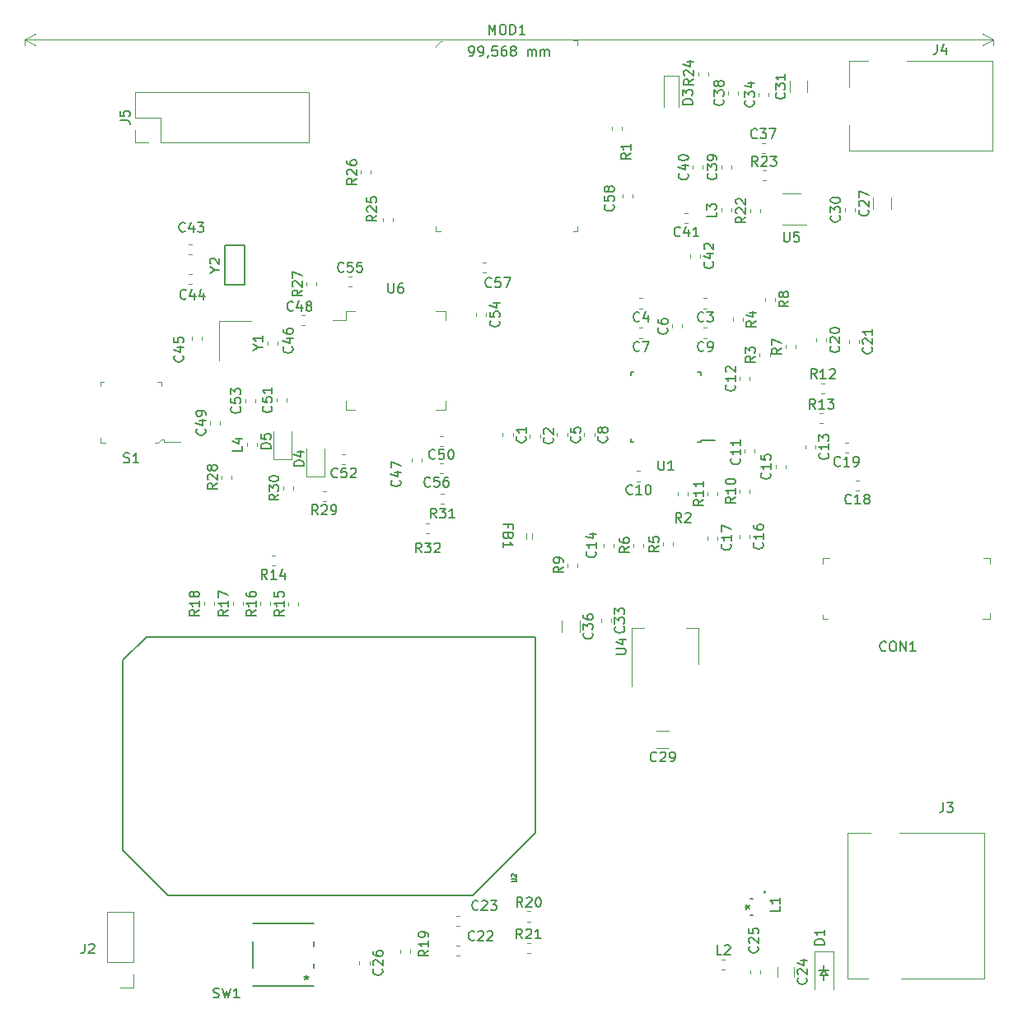
<source format=gbr>
G04 #@! TF.GenerationSoftware,KiCad,Pcbnew,5.1.0-unknown-03bce55~94~ubuntu16.04.1*
G04 #@! TF.CreationDate,2019-06-06T22:48:09-05:00*
G04 #@! TF.ProjectId,Embebidos_2019,456d6265-6269-4646-9f73-5f323031392e,rev?*
G04 #@! TF.SameCoordinates,Original*
G04 #@! TF.FileFunction,Legend,Top*
G04 #@! TF.FilePolarity,Positive*
%FSLAX46Y46*%
G04 Gerber Fmt 4.6, Leading zero omitted, Abs format (unit mm)*
G04 Created by KiCad (PCBNEW 5.1.0-unknown-03bce55~94~ubuntu16.04.1) date 2019-06-06 22:48:09*
%MOMM*%
%LPD*%
G04 APERTURE LIST*
%ADD10C,0.150000*%
%ADD11C,0.120000*%
%ADD12C,0.100000*%
%ADD13C,0.152400*%
%ADD14C,0.127000*%
G04 APERTURE END LIST*
D10*
X66168380Y-26997380D02*
X66358857Y-26997380D01*
X66454095Y-26949761D01*
X66501714Y-26902142D01*
X66596952Y-26759285D01*
X66644571Y-26568809D01*
X66644571Y-26187857D01*
X66596952Y-26092619D01*
X66549333Y-26045000D01*
X66454095Y-25997380D01*
X66263619Y-25997380D01*
X66168380Y-26045000D01*
X66120761Y-26092619D01*
X66073142Y-26187857D01*
X66073142Y-26425952D01*
X66120761Y-26521190D01*
X66168380Y-26568809D01*
X66263619Y-26616428D01*
X66454095Y-26616428D01*
X66549333Y-26568809D01*
X66596952Y-26521190D01*
X66644571Y-26425952D01*
X67120761Y-26997380D02*
X67311238Y-26997380D01*
X67406476Y-26949761D01*
X67454095Y-26902142D01*
X67549333Y-26759285D01*
X67596952Y-26568809D01*
X67596952Y-26187857D01*
X67549333Y-26092619D01*
X67501714Y-26045000D01*
X67406476Y-25997380D01*
X67216000Y-25997380D01*
X67120761Y-26045000D01*
X67073142Y-26092619D01*
X67025523Y-26187857D01*
X67025523Y-26425952D01*
X67073142Y-26521190D01*
X67120761Y-26568809D01*
X67216000Y-26616428D01*
X67406476Y-26616428D01*
X67501714Y-26568809D01*
X67549333Y-26521190D01*
X67596952Y-26425952D01*
X68073142Y-26949761D02*
X68073142Y-26997380D01*
X68025523Y-27092619D01*
X67977904Y-27140238D01*
X68977904Y-25997380D02*
X68501714Y-25997380D01*
X68454095Y-26473571D01*
X68501714Y-26425952D01*
X68596952Y-26378333D01*
X68835047Y-26378333D01*
X68930285Y-26425952D01*
X68977904Y-26473571D01*
X69025523Y-26568809D01*
X69025523Y-26806904D01*
X68977904Y-26902142D01*
X68930285Y-26949761D01*
X68835047Y-26997380D01*
X68596952Y-26997380D01*
X68501714Y-26949761D01*
X68454095Y-26902142D01*
X69882666Y-25997380D02*
X69692190Y-25997380D01*
X69596952Y-26045000D01*
X69549333Y-26092619D01*
X69454095Y-26235476D01*
X69406476Y-26425952D01*
X69406476Y-26806904D01*
X69454095Y-26902142D01*
X69501714Y-26949761D01*
X69596952Y-26997380D01*
X69787428Y-26997380D01*
X69882666Y-26949761D01*
X69930285Y-26902142D01*
X69977904Y-26806904D01*
X69977904Y-26568809D01*
X69930285Y-26473571D01*
X69882666Y-26425952D01*
X69787428Y-26378333D01*
X69596952Y-26378333D01*
X69501714Y-26425952D01*
X69454095Y-26473571D01*
X69406476Y-26568809D01*
X70549333Y-26425952D02*
X70454095Y-26378333D01*
X70406476Y-26330714D01*
X70358857Y-26235476D01*
X70358857Y-26187857D01*
X70406476Y-26092619D01*
X70454095Y-26045000D01*
X70549333Y-25997380D01*
X70739809Y-25997380D01*
X70835047Y-26045000D01*
X70882666Y-26092619D01*
X70930285Y-26187857D01*
X70930285Y-26235476D01*
X70882666Y-26330714D01*
X70835047Y-26378333D01*
X70739809Y-26425952D01*
X70549333Y-26425952D01*
X70454095Y-26473571D01*
X70406476Y-26521190D01*
X70358857Y-26616428D01*
X70358857Y-26806904D01*
X70406476Y-26902142D01*
X70454095Y-26949761D01*
X70549333Y-26997380D01*
X70739809Y-26997380D01*
X70835047Y-26949761D01*
X70882666Y-26902142D01*
X70930285Y-26806904D01*
X70930285Y-26616428D01*
X70882666Y-26521190D01*
X70835047Y-26473571D01*
X70739809Y-26425952D01*
X72120761Y-26997380D02*
X72120761Y-26330714D01*
X72120761Y-26425952D02*
X72168380Y-26378333D01*
X72263619Y-26330714D01*
X72406476Y-26330714D01*
X72501714Y-26378333D01*
X72549333Y-26473571D01*
X72549333Y-26997380D01*
X72549333Y-26473571D02*
X72596952Y-26378333D01*
X72692190Y-26330714D01*
X72835047Y-26330714D01*
X72930285Y-26378333D01*
X72977904Y-26473571D01*
X72977904Y-26997380D01*
X73454095Y-26997380D02*
X73454095Y-26330714D01*
X73454095Y-26425952D02*
X73501714Y-26378333D01*
X73596952Y-26330714D01*
X73739809Y-26330714D01*
X73835047Y-26378333D01*
X73882666Y-26473571D01*
X73882666Y-26997380D01*
X73882666Y-26473571D02*
X73930285Y-26378333D01*
X74025523Y-26330714D01*
X74168380Y-26330714D01*
X74263619Y-26378333D01*
X74311238Y-26473571D01*
X74311238Y-26997380D01*
D11*
X20432000Y-25275000D02*
X120000000Y-25275000D01*
X20432000Y-25275000D02*
X20432000Y-25861421D01*
X120000000Y-25275000D02*
X120000000Y-25861421D01*
X120000000Y-25275000D02*
X118873496Y-25861421D01*
X120000000Y-25275000D02*
X118873496Y-24688579D01*
X20432000Y-25275000D02*
X21558504Y-25861421D01*
X20432000Y-25275000D02*
X21558504Y-24688579D01*
D10*
X102580000Y-121579000D02*
X102580000Y-122087000D01*
X102199000Y-121579000D02*
X102580000Y-121579000D01*
X102580000Y-121071000D02*
X102199000Y-121579000D01*
X102072000Y-121071000D02*
X102580000Y-121071000D01*
X103088000Y-121071000D02*
X102072000Y-121071000D01*
X102580000Y-121071000D02*
X103088000Y-121071000D01*
X102199000Y-121579000D02*
X102580000Y-121071000D01*
X102961000Y-121579000D02*
X102199000Y-121579000D01*
X102580000Y-121071000D02*
X102961000Y-121579000D01*
X102580000Y-120563000D02*
X102580000Y-121071000D01*
D11*
X103580000Y-119075000D02*
X101580000Y-119075000D01*
X101580000Y-119075000D02*
X101580000Y-122975000D01*
X103580000Y-119075000D02*
X103580000Y-122975000D01*
X96014000Y-43097267D02*
X96014000Y-42754733D01*
X94994000Y-43097267D02*
X94994000Y-42754733D01*
X93765000Y-30971267D02*
X93765000Y-30628733D01*
X92745000Y-30971267D02*
X92745000Y-30628733D01*
X95000000Y-121048733D02*
X95000000Y-121391267D01*
X96020000Y-121048733D02*
X96020000Y-121391267D01*
X31555000Y-122820000D02*
X30225000Y-122820000D01*
X31555000Y-121490000D02*
X31555000Y-122820000D01*
X31555000Y-120220000D02*
X28895000Y-120220000D01*
X28895000Y-120220000D02*
X28895000Y-115080000D01*
X31555000Y-120220000D02*
X31555000Y-115080000D01*
X31555000Y-115080000D02*
X28895000Y-115080000D01*
X31770000Y-35905000D02*
X31770000Y-34575000D01*
X33100000Y-35905000D02*
X31770000Y-35905000D01*
X31770000Y-33305000D02*
X31770000Y-30705000D01*
X34370000Y-33305000D02*
X31770000Y-33305000D01*
X34370000Y-35905000D02*
X34370000Y-33305000D01*
X31770000Y-30705000D02*
X49670000Y-30705000D01*
X34370000Y-35905000D02*
X49670000Y-35905000D01*
X49670000Y-35905000D02*
X49670000Y-30705000D01*
X41808000Y-83505267D02*
X41808000Y-83162733D01*
X42828000Y-83505267D02*
X42828000Y-83162733D01*
X82911000Y-41593267D02*
X82911000Y-41250733D01*
X81891000Y-41593267D02*
X81891000Y-41250733D01*
X67459733Y-49242000D02*
X67802267Y-49242000D01*
X67459733Y-48222000D02*
X67802267Y-48222000D01*
X88617267Y-43174000D02*
X88274733Y-43174000D01*
X88617267Y-44194000D02*
X88274733Y-44194000D01*
X90126000Y-38615267D02*
X90126000Y-38272733D01*
X89106000Y-38615267D02*
X89106000Y-38272733D01*
X93056000Y-38605267D02*
X93056000Y-38262733D01*
X92036000Y-38605267D02*
X92036000Y-38262733D01*
X96174733Y-36974000D02*
X96517267Y-36974000D01*
X96174733Y-35954000D02*
X96517267Y-35954000D01*
X109456000Y-42786064D02*
X109456000Y-41581936D01*
X107636000Y-42786064D02*
X107636000Y-41581936D01*
X70586000Y-65798733D02*
X70586000Y-66141267D01*
X69566000Y-65798733D02*
X69566000Y-66141267D01*
X72360000Y-65911733D02*
X72360000Y-66254267D01*
X73380000Y-65911733D02*
X73380000Y-66254267D01*
X90559267Y-52950000D02*
X90216733Y-52950000D01*
X90559267Y-51930000D02*
X90216733Y-51930000D01*
X83955267Y-52950000D02*
X83612733Y-52950000D01*
X83955267Y-51930000D02*
X83612733Y-51930000D01*
X76174000Y-65798733D02*
X76174000Y-66141267D01*
X75154000Y-65798733D02*
X75154000Y-66141267D01*
X86982000Y-54967267D02*
X86982000Y-54624733D01*
X88002000Y-54967267D02*
X88002000Y-54624733D01*
X83955267Y-54978000D02*
X83612733Y-54978000D01*
X83955267Y-55998000D02*
X83612733Y-55998000D01*
X77948000Y-65798733D02*
X77948000Y-66141267D01*
X78968000Y-65798733D02*
X78968000Y-66141267D01*
X90559267Y-55998000D02*
X90216733Y-55998000D01*
X90559267Y-54978000D02*
X90216733Y-54978000D01*
X83701267Y-70730000D02*
X83358733Y-70730000D01*
X83701267Y-69710000D02*
X83358733Y-69710000D01*
X95472000Y-67832267D02*
X95472000Y-67489733D01*
X94452000Y-67832267D02*
X94452000Y-67489733D01*
X93932000Y-60362267D02*
X93932000Y-60019733D01*
X94952000Y-60362267D02*
X94952000Y-60019733D01*
X100682000Y-67049733D02*
X100682000Y-67392267D01*
X101702000Y-67049733D02*
X101702000Y-67392267D01*
X79972000Y-77160733D02*
X79972000Y-77503267D01*
X80992000Y-77160733D02*
X80992000Y-77503267D01*
X98682000Y-69084733D02*
X98682000Y-69427267D01*
X97662000Y-69084733D02*
X97662000Y-69427267D01*
X94962000Y-76257733D02*
X94962000Y-76600267D01*
X93942000Y-76257733D02*
X93942000Y-76600267D01*
X91660000Y-76398733D02*
X91660000Y-76741267D01*
X90640000Y-76398733D02*
X90640000Y-76741267D01*
X106183267Y-71716000D02*
X105840733Y-71716000D01*
X106183267Y-70696000D02*
X105840733Y-70696000D01*
X105068267Y-66816000D02*
X104725733Y-66816000D01*
X105068267Y-67836000D02*
X104725733Y-67836000D01*
X101802000Y-56044733D02*
X101802000Y-56387267D01*
X102822000Y-56044733D02*
X102822000Y-56387267D01*
X106182000Y-56174733D02*
X106182000Y-56517267D01*
X105162000Y-56174733D02*
X105162000Y-56517267D01*
X64766733Y-119554000D02*
X65109267Y-119554000D01*
X64766733Y-118534000D02*
X65109267Y-118534000D01*
X64766733Y-115444000D02*
X65109267Y-115444000D01*
X64766733Y-116464000D02*
X65109267Y-116464000D01*
X97800000Y-120715000D02*
X97800000Y-121715000D01*
X99500000Y-121715000D02*
X99500000Y-120715000D01*
X55853000Y-120112733D02*
X55853000Y-120455267D01*
X54833000Y-120112733D02*
X54833000Y-120455267D01*
X86604564Y-96415000D02*
X85400436Y-96415000D01*
X86604564Y-98235000D02*
X85400436Y-98235000D01*
X104716000Y-42975267D02*
X104716000Y-42632733D01*
X105736000Y-42975267D02*
X105736000Y-42632733D01*
X99059000Y-30739564D02*
X99059000Y-29535436D01*
X100879000Y-30739564D02*
X100879000Y-29535436D01*
X79680000Y-84893733D02*
X79680000Y-85236267D01*
X80700000Y-84893733D02*
X80700000Y-85236267D01*
X96915000Y-31116267D02*
X96915000Y-30773733D01*
X95895000Y-31116267D02*
X95895000Y-30773733D01*
X77470000Y-85082936D02*
X77470000Y-86287064D01*
X75650000Y-85082936D02*
X75650000Y-86287064D01*
X88836000Y-47382733D02*
X88836000Y-47725267D01*
X89856000Y-47382733D02*
X89856000Y-47725267D01*
X37290733Y-46392000D02*
X37633267Y-46392000D01*
X37290733Y-47412000D02*
X37633267Y-47412000D01*
X37633267Y-49440000D02*
X37290733Y-49440000D01*
X37633267Y-50460000D02*
X37290733Y-50460000D01*
X37608000Y-56199267D02*
X37608000Y-55856733D01*
X38628000Y-56199267D02*
X38628000Y-55856733D01*
X46438000Y-56699267D02*
X46438000Y-56356733D01*
X45418000Y-56699267D02*
X45418000Y-56356733D01*
X61208000Y-68724267D02*
X61208000Y-68381733D01*
X60188000Y-68724267D02*
X60188000Y-68381733D01*
X48826733Y-54688000D02*
X49169267Y-54688000D01*
X48826733Y-53668000D02*
X49169267Y-53668000D01*
X40518000Y-64899267D02*
X40518000Y-64556733D01*
X39498000Y-64899267D02*
X39498000Y-64556733D01*
X63414267Y-67098000D02*
X63071733Y-67098000D01*
X63414267Y-66078000D02*
X63071733Y-66078000D01*
X47338000Y-62554267D02*
X47338000Y-62211733D01*
X46318000Y-62554267D02*
X46318000Y-62211733D01*
X53389267Y-67988000D02*
X53046733Y-67988000D01*
X53389267Y-69008000D02*
X53046733Y-69008000D01*
X43088000Y-62634267D02*
X43088000Y-62291733D01*
X44108000Y-62634267D02*
X44108000Y-62291733D01*
X67868000Y-53421733D02*
X67868000Y-53764267D01*
X66848000Y-53421733D02*
X66848000Y-53764267D01*
X53687733Y-50714000D02*
X54030267Y-50714000D01*
X53687733Y-49694000D02*
X54030267Y-49694000D01*
X63469267Y-69958000D02*
X63126733Y-69958000D01*
X63469267Y-68938000D02*
X63126733Y-68938000D01*
D12*
X119675000Y-79275000D02*
X119675000Y-78675000D01*
X119675000Y-78675000D02*
X118950000Y-78675000D01*
X118900000Y-84925000D02*
X119675000Y-84925000D01*
X119675000Y-84925000D02*
X119675000Y-84350000D01*
X102425000Y-79275000D02*
X102425000Y-78675000D01*
X102425000Y-78675000D02*
X103100000Y-78675000D01*
X102975000Y-84925000D02*
X102425000Y-84925000D01*
X102425000Y-84925000D02*
X102425000Y-84450000D01*
D11*
X86155000Y-32225000D02*
X86155000Y-29025000D01*
X87655000Y-29025000D02*
X87655000Y-32225000D01*
X87655000Y-29025000D02*
X86155000Y-29025000D01*
X49338000Y-67413000D02*
X49338000Y-70273000D01*
X49338000Y-70273000D02*
X51258000Y-70273000D01*
X51258000Y-70273000D02*
X51258000Y-67413000D01*
X47868000Y-68498000D02*
X47868000Y-65638000D01*
X45948000Y-68498000D02*
X47868000Y-68498000D01*
X45948000Y-65638000D02*
X45948000Y-68498000D01*
X72560000Y-76666000D02*
X72560000Y-76066000D01*
X71960000Y-76666000D02*
X71960000Y-76066000D01*
X105008000Y-106907000D02*
X107338000Y-106907000D01*
X105008000Y-121897000D02*
X107128000Y-121897000D01*
X105008000Y-106907000D02*
X105008000Y-121897000D01*
X119098000Y-106907000D02*
X119098000Y-121897000D01*
X110298000Y-106907000D02*
X119098000Y-106907000D01*
X110498000Y-121897000D02*
X119098000Y-121897000D01*
X111103000Y-27501000D02*
X119903000Y-27501000D01*
X119903000Y-27501000D02*
X119903000Y-36701000D01*
X105203000Y-30201000D02*
X105203000Y-27501000D01*
X105203000Y-27501000D02*
X107103000Y-27501000D01*
X119903000Y-36701000D02*
X105203000Y-36701000D01*
X105203000Y-36701000D02*
X105203000Y-34101000D01*
D13*
X95038240Y-115370500D02*
X95261760Y-115370500D01*
X95261760Y-113719500D02*
X95038240Y-113719500D01*
X96597800Y-113021000D02*
G75*
G03X96597800Y-113021000I-76200J0D01*
G01*
D11*
X92078733Y-119935000D02*
X92421267Y-119935000D01*
X92078733Y-120955000D02*
X92421267Y-120955000D01*
X92076000Y-42662733D02*
X92076000Y-43005267D01*
X93096000Y-42662733D02*
X93096000Y-43005267D01*
X43238000Y-67154267D02*
X43238000Y-66811733D01*
X44258000Y-67154267D02*
X44258000Y-66811733D01*
D12*
X77271000Y-25392000D02*
X76771000Y-25392000D01*
X77271000Y-25392000D02*
X77271000Y-25892000D01*
X62671000Y-44992000D02*
X62671000Y-44492000D01*
X62671000Y-44992000D02*
X63171000Y-44992000D01*
X77271000Y-44992000D02*
X76771000Y-44992000D01*
X77271000Y-44992000D02*
X77271000Y-44492000D01*
X63171000Y-25442000D02*
X62671000Y-25942000D01*
X63371000Y-25442000D02*
X63171000Y-25442000D01*
X62671000Y-25942000D02*
X62671000Y-26092000D01*
D11*
X80791000Y-34310733D02*
X80791000Y-34653267D01*
X81811000Y-34310733D02*
X81811000Y-34653267D01*
X88612000Y-72169267D02*
X88612000Y-71826733D01*
X87592000Y-72169267D02*
X87592000Y-71826733D01*
X97002000Y-57892267D02*
X97002000Y-57549733D01*
X95982000Y-57892267D02*
X95982000Y-57549733D01*
X94232000Y-53919733D02*
X94232000Y-54262267D01*
X93212000Y-53919733D02*
X93212000Y-54262267D01*
X86068000Y-77390267D02*
X86068000Y-77047733D01*
X87088000Y-77390267D02*
X87088000Y-77047733D01*
X84040000Y-77503267D02*
X84040000Y-77160733D01*
X83020000Y-77503267D02*
X83020000Y-77160733D01*
X99692000Y-57092267D02*
X99692000Y-56749733D01*
X98672000Y-57092267D02*
X98672000Y-56749733D01*
X97562000Y-51859733D02*
X97562000Y-52202267D01*
X96542000Y-51859733D02*
X96542000Y-52202267D01*
X76240000Y-79546267D02*
X76240000Y-79203733D01*
X77260000Y-79546267D02*
X77260000Y-79203733D01*
X94962000Y-71915267D02*
X94962000Y-71572733D01*
X93942000Y-71915267D02*
X93942000Y-71572733D01*
X90640000Y-72169267D02*
X90640000Y-71826733D01*
X91660000Y-72169267D02*
X91660000Y-71826733D01*
X102305733Y-60656000D02*
X102648267Y-60656000D01*
X102305733Y-61676000D02*
X102648267Y-61676000D01*
X102160733Y-64786000D02*
X102503267Y-64786000D01*
X102160733Y-63766000D02*
X102503267Y-63766000D01*
X46154267Y-79434000D02*
X45811733Y-79434000D01*
X46154267Y-78414000D02*
X45811733Y-78414000D01*
X48538000Y-83515267D02*
X48538000Y-83172733D01*
X47518000Y-83515267D02*
X47518000Y-83172733D01*
X44638000Y-83510267D02*
X44638000Y-83167733D01*
X45658000Y-83510267D02*
X45658000Y-83167733D01*
X38838000Y-83505267D02*
X38838000Y-83162733D01*
X39858000Y-83505267D02*
X39858000Y-83162733D01*
X59040000Y-118903733D02*
X59040000Y-119246267D01*
X60060000Y-118903733D02*
X60060000Y-119246267D01*
X72071733Y-115004000D02*
X72414267Y-115004000D01*
X72071733Y-116024000D02*
X72414267Y-116024000D01*
X72031733Y-118254000D02*
X72374267Y-118254000D01*
X72031733Y-119274000D02*
X72374267Y-119274000D01*
X96244733Y-39804000D02*
X96587267Y-39804000D01*
X96244733Y-38784000D02*
X96587267Y-38784000D01*
X90665000Y-28653733D02*
X90665000Y-28996267D01*
X89645000Y-28653733D02*
X89645000Y-28996267D01*
X58292000Y-44025267D02*
X58292000Y-43682733D01*
X57272000Y-44025267D02*
X57272000Y-43682733D01*
X56010000Y-39121267D02*
X56010000Y-38778733D01*
X54990000Y-39121267D02*
X54990000Y-38778733D01*
X49398000Y-50629267D02*
X49398000Y-50286733D01*
X50418000Y-50629267D02*
X50418000Y-50286733D01*
X40658000Y-70489267D02*
X40658000Y-70146733D01*
X41678000Y-70489267D02*
X41678000Y-70146733D01*
X51369267Y-71788000D02*
X51026733Y-71788000D01*
X51369267Y-72808000D02*
X51026733Y-72808000D01*
X48018000Y-71629267D02*
X48018000Y-71286733D01*
X46998000Y-71629267D02*
X46998000Y-71286733D01*
X63198733Y-72046000D02*
X63541267Y-72046000D01*
X63198733Y-73066000D02*
X63541267Y-73066000D01*
X61674733Y-75094000D02*
X62017267Y-75094000D01*
X61674733Y-76114000D02*
X62017267Y-76114000D01*
D12*
X34113000Y-66813000D02*
X33813000Y-66813000D01*
X34113000Y-66813000D02*
X34463000Y-66488000D01*
X34463000Y-66488000D02*
X34763000Y-66488000D01*
X34763000Y-66488000D02*
X34763000Y-66713000D01*
X34763000Y-66713000D02*
X36413000Y-66713000D01*
X28213000Y-66263000D02*
X28213000Y-66813000D01*
X28213000Y-66813000D02*
X28713000Y-66813000D01*
X34063000Y-60563000D02*
X34463000Y-60563000D01*
X34463000Y-60563000D02*
X34463000Y-60963000D01*
X28213000Y-60938000D02*
X28213000Y-60563000D01*
X28213000Y-60563000D02*
X28588000Y-60563000D01*
D13*
X50095500Y-118595903D02*
X50095500Y-118106397D01*
X43847100Y-118106397D02*
X43847100Y-120843803D01*
X50095500Y-116249300D02*
X43847100Y-116249300D01*
X50095500Y-120843803D02*
X50095500Y-120354297D01*
X43847100Y-122700900D02*
X50095500Y-122700900D01*
D10*
X89949000Y-66733000D02*
X89949000Y-66508000D01*
X82699000Y-66733000D02*
X82699000Y-66408000D01*
X82699000Y-59483000D02*
X82699000Y-59808000D01*
X89949000Y-59483000D02*
X89949000Y-59808000D01*
X89949000Y-66733000D02*
X89624000Y-66733000D01*
X89949000Y-59483000D02*
X89624000Y-59483000D01*
X82699000Y-59483000D02*
X83024000Y-59483000D01*
X82699000Y-66733000D02*
X83024000Y-66733000D01*
X89949000Y-66508000D02*
X91374000Y-66508000D01*
D14*
X30520000Y-89130000D02*
X32920000Y-86730000D01*
X32920800Y-86730280D02*
X72920000Y-86730000D01*
X30520500Y-108729220D02*
X30520000Y-89130000D01*
X35120000Y-113330000D02*
X30520000Y-108730000D01*
X66519920Y-113329160D02*
X35120000Y-113330000D01*
X72920000Y-106930000D02*
X66519920Y-113329160D01*
X72920000Y-86730000D02*
X72920000Y-106930000D01*
D11*
X82860000Y-91855000D02*
X82860000Y-85845000D01*
X89680000Y-89605000D02*
X89680000Y-85845000D01*
X82860000Y-85845000D02*
X84120000Y-85845000D01*
X89680000Y-85845000D02*
X88420000Y-85845000D01*
X100136000Y-41144000D02*
X98336000Y-41144000D01*
X98336000Y-44364000D02*
X100786000Y-44364000D01*
X62704000Y-63442000D02*
X63654000Y-63442000D01*
X63654000Y-63442000D02*
X63654000Y-62492000D01*
X54384000Y-63442000D02*
X53434000Y-63442000D01*
X53434000Y-63442000D02*
X53434000Y-62492000D01*
X62704000Y-53222000D02*
X63654000Y-53222000D01*
X63654000Y-53222000D02*
X63654000Y-54172000D01*
X54384000Y-53222000D02*
X53434000Y-53222000D01*
X53434000Y-53222000D02*
X53434000Y-54172000D01*
X53434000Y-54172000D02*
X52094000Y-54172000D01*
X43684000Y-54300000D02*
X40384000Y-54300000D01*
X40384000Y-54300000D02*
X40384000Y-58300000D01*
D10*
X40988000Y-46498000D02*
X40988000Y-50498000D01*
X42988000Y-46498000D02*
X40988000Y-46498000D01*
X42988000Y-50498000D02*
X42988000Y-46498000D01*
X42988000Y-50498000D02*
X40988000Y-50498000D01*
X102606100Y-118395975D02*
X101606100Y-118395975D01*
X101606100Y-118157880D01*
X101653720Y-118015022D01*
X101748958Y-117919784D01*
X101844196Y-117872165D01*
X102034672Y-117824546D01*
X102177529Y-117824546D01*
X102368005Y-117872165D01*
X102463243Y-117919784D01*
X102558481Y-118015022D01*
X102606100Y-118157880D01*
X102606100Y-118395975D01*
X102606100Y-116872165D02*
X102606100Y-117443594D01*
X102606100Y-117157880D02*
X101606100Y-117157880D01*
X101748958Y-117253118D01*
X101844196Y-117348356D01*
X101891815Y-117443594D01*
X94526380Y-43568857D02*
X94050190Y-43902190D01*
X94526380Y-44140285D02*
X93526380Y-44140285D01*
X93526380Y-43759333D01*
X93574000Y-43664095D01*
X93621619Y-43616476D01*
X93716857Y-43568857D01*
X93859714Y-43568857D01*
X93954952Y-43616476D01*
X94002571Y-43664095D01*
X94050190Y-43759333D01*
X94050190Y-44140285D01*
X93621619Y-43187904D02*
X93574000Y-43140285D01*
X93526380Y-43045047D01*
X93526380Y-42806952D01*
X93574000Y-42711714D01*
X93621619Y-42664095D01*
X93716857Y-42616476D01*
X93812095Y-42616476D01*
X93954952Y-42664095D01*
X94526380Y-43235523D01*
X94526380Y-42616476D01*
X93621619Y-42235523D02*
X93574000Y-42187904D01*
X93526380Y-42092666D01*
X93526380Y-41854571D01*
X93574000Y-41759333D01*
X93621619Y-41711714D01*
X93716857Y-41664095D01*
X93812095Y-41664095D01*
X93954952Y-41711714D01*
X94526380Y-42283142D01*
X94526380Y-41664095D01*
X92182142Y-31442857D02*
X92229761Y-31490476D01*
X92277380Y-31633333D01*
X92277380Y-31728571D01*
X92229761Y-31871428D01*
X92134523Y-31966666D01*
X92039285Y-32014285D01*
X91848809Y-32061904D01*
X91705952Y-32061904D01*
X91515476Y-32014285D01*
X91420238Y-31966666D01*
X91325000Y-31871428D01*
X91277380Y-31728571D01*
X91277380Y-31633333D01*
X91325000Y-31490476D01*
X91372619Y-31442857D01*
X91277380Y-31109523D02*
X91277380Y-30490476D01*
X91658333Y-30823809D01*
X91658333Y-30680952D01*
X91705952Y-30585714D01*
X91753571Y-30538095D01*
X91848809Y-30490476D01*
X92086904Y-30490476D01*
X92182142Y-30538095D01*
X92229761Y-30585714D01*
X92277380Y-30680952D01*
X92277380Y-30966666D01*
X92229761Y-31061904D01*
X92182142Y-31109523D01*
X91705952Y-29919047D02*
X91658333Y-30014285D01*
X91610714Y-30061904D01*
X91515476Y-30109523D01*
X91467857Y-30109523D01*
X91372619Y-30061904D01*
X91325000Y-30014285D01*
X91277380Y-29919047D01*
X91277380Y-29728571D01*
X91325000Y-29633333D01*
X91372619Y-29585714D01*
X91467857Y-29538095D01*
X91515476Y-29538095D01*
X91610714Y-29585714D01*
X91658333Y-29633333D01*
X91705952Y-29728571D01*
X91705952Y-29919047D01*
X91753571Y-30014285D01*
X91801190Y-30061904D01*
X91896428Y-30109523D01*
X92086904Y-30109523D01*
X92182142Y-30061904D01*
X92229761Y-30014285D01*
X92277380Y-29919047D01*
X92277380Y-29728571D01*
X92229761Y-29633333D01*
X92182142Y-29585714D01*
X92086904Y-29538095D01*
X91896428Y-29538095D01*
X91801190Y-29585714D01*
X91753571Y-29633333D01*
X91705952Y-29728571D01*
X95749382Y-118625857D02*
X95797001Y-118673476D01*
X95844620Y-118816333D01*
X95844620Y-118911571D01*
X95797001Y-119054428D01*
X95701763Y-119149666D01*
X95606525Y-119197285D01*
X95416049Y-119244904D01*
X95273192Y-119244904D01*
X95082716Y-119197285D01*
X94987478Y-119149666D01*
X94892240Y-119054428D01*
X94844620Y-118911571D01*
X94844620Y-118816333D01*
X94892240Y-118673476D01*
X94939859Y-118625857D01*
X94939859Y-118244904D02*
X94892240Y-118197285D01*
X94844620Y-118102047D01*
X94844620Y-117863952D01*
X94892240Y-117768714D01*
X94939859Y-117721095D01*
X95035097Y-117673476D01*
X95130335Y-117673476D01*
X95273192Y-117721095D01*
X95844620Y-118292523D01*
X95844620Y-117673476D01*
X94844620Y-116768714D02*
X94844620Y-117244904D01*
X95320811Y-117292523D01*
X95273192Y-117244904D01*
X95225573Y-117149666D01*
X95225573Y-116911571D01*
X95273192Y-116816333D01*
X95320811Y-116768714D01*
X95416049Y-116721095D01*
X95654144Y-116721095D01*
X95749382Y-116768714D01*
X95797001Y-116816333D01*
X95844620Y-116911571D01*
X95844620Y-117149666D01*
X95797001Y-117244904D01*
X95749382Y-117292523D01*
X26590666Y-118324380D02*
X26590666Y-119038666D01*
X26543047Y-119181523D01*
X26447809Y-119276761D01*
X26304952Y-119324380D01*
X26209714Y-119324380D01*
X27019238Y-118419619D02*
X27066857Y-118372000D01*
X27162095Y-118324380D01*
X27400190Y-118324380D01*
X27495428Y-118372000D01*
X27543047Y-118419619D01*
X27590666Y-118514857D01*
X27590666Y-118610095D01*
X27543047Y-118752952D01*
X26971619Y-119324380D01*
X27590666Y-119324380D01*
X30222380Y-33638333D02*
X30936666Y-33638333D01*
X31079523Y-33685952D01*
X31174761Y-33781190D01*
X31222380Y-33924047D01*
X31222380Y-34019285D01*
X30222380Y-32685952D02*
X30222380Y-33162142D01*
X30698571Y-33209761D01*
X30650952Y-33162142D01*
X30603333Y-33066904D01*
X30603333Y-32828809D01*
X30650952Y-32733571D01*
X30698571Y-32685952D01*
X30793809Y-32638333D01*
X31031904Y-32638333D01*
X31127142Y-32685952D01*
X31174761Y-32733571D01*
X31222380Y-32828809D01*
X31222380Y-33066904D01*
X31174761Y-33162142D01*
X31127142Y-33209761D01*
X41340380Y-83976857D02*
X40864190Y-84310190D01*
X41340380Y-84548285D02*
X40340380Y-84548285D01*
X40340380Y-84167333D01*
X40388000Y-84072095D01*
X40435619Y-84024476D01*
X40530857Y-83976857D01*
X40673714Y-83976857D01*
X40768952Y-84024476D01*
X40816571Y-84072095D01*
X40864190Y-84167333D01*
X40864190Y-84548285D01*
X41340380Y-83024476D02*
X41340380Y-83595904D01*
X41340380Y-83310190D02*
X40340380Y-83310190D01*
X40483238Y-83405428D01*
X40578476Y-83500666D01*
X40626095Y-83595904D01*
X40340380Y-82691142D02*
X40340380Y-82024476D01*
X41340380Y-82453047D01*
X80905622Y-42309017D02*
X80953241Y-42356636D01*
X81000860Y-42499493D01*
X81000860Y-42594731D01*
X80953241Y-42737588D01*
X80858003Y-42832826D01*
X80762765Y-42880445D01*
X80572289Y-42928064D01*
X80429432Y-42928064D01*
X80238956Y-42880445D01*
X80143718Y-42832826D01*
X80048480Y-42737588D01*
X80000860Y-42594731D01*
X80000860Y-42499493D01*
X80048480Y-42356636D01*
X80096099Y-42309017D01*
X80000860Y-41404255D02*
X80000860Y-41880445D01*
X80477051Y-41928064D01*
X80429432Y-41880445D01*
X80381813Y-41785207D01*
X80381813Y-41547112D01*
X80429432Y-41451874D01*
X80477051Y-41404255D01*
X80572289Y-41356636D01*
X80810384Y-41356636D01*
X80905622Y-41404255D01*
X80953241Y-41451874D01*
X81000860Y-41547112D01*
X81000860Y-41785207D01*
X80953241Y-41880445D01*
X80905622Y-41928064D01*
X80429432Y-40785207D02*
X80381813Y-40880445D01*
X80334194Y-40928064D01*
X80238956Y-40975683D01*
X80191337Y-40975683D01*
X80096099Y-40928064D01*
X80048480Y-40880445D01*
X80000860Y-40785207D01*
X80000860Y-40594731D01*
X80048480Y-40499493D01*
X80096099Y-40451874D01*
X80191337Y-40404255D01*
X80238956Y-40404255D01*
X80334194Y-40451874D01*
X80381813Y-40499493D01*
X80429432Y-40594731D01*
X80429432Y-40785207D01*
X80477051Y-40880445D01*
X80524670Y-40928064D01*
X80619908Y-40975683D01*
X80810384Y-40975683D01*
X80905622Y-40928064D01*
X80953241Y-40880445D01*
X81000860Y-40785207D01*
X81000860Y-40594731D01*
X80953241Y-40499493D01*
X80905622Y-40451874D01*
X80810384Y-40404255D01*
X80619908Y-40404255D01*
X80524670Y-40451874D01*
X80477051Y-40499493D01*
X80429432Y-40594731D01*
X68394342Y-50699942D02*
X68346723Y-50747561D01*
X68203866Y-50795180D01*
X68108628Y-50795180D01*
X67965771Y-50747561D01*
X67870533Y-50652323D01*
X67822914Y-50557085D01*
X67775295Y-50366609D01*
X67775295Y-50223752D01*
X67822914Y-50033276D01*
X67870533Y-49938038D01*
X67965771Y-49842800D01*
X68108628Y-49795180D01*
X68203866Y-49795180D01*
X68346723Y-49842800D01*
X68394342Y-49890419D01*
X69299104Y-49795180D02*
X68822914Y-49795180D01*
X68775295Y-50271371D01*
X68822914Y-50223752D01*
X68918152Y-50176133D01*
X69156247Y-50176133D01*
X69251485Y-50223752D01*
X69299104Y-50271371D01*
X69346723Y-50366609D01*
X69346723Y-50604704D01*
X69299104Y-50699942D01*
X69251485Y-50747561D01*
X69156247Y-50795180D01*
X68918152Y-50795180D01*
X68822914Y-50747561D01*
X68775295Y-50699942D01*
X69680057Y-49795180D02*
X70346723Y-49795180D01*
X69918152Y-50795180D01*
X87803142Y-45471142D02*
X87755523Y-45518761D01*
X87612666Y-45566380D01*
X87517428Y-45566380D01*
X87374571Y-45518761D01*
X87279333Y-45423523D01*
X87231714Y-45328285D01*
X87184095Y-45137809D01*
X87184095Y-44994952D01*
X87231714Y-44804476D01*
X87279333Y-44709238D01*
X87374571Y-44614000D01*
X87517428Y-44566380D01*
X87612666Y-44566380D01*
X87755523Y-44614000D01*
X87803142Y-44661619D01*
X88660285Y-44899714D02*
X88660285Y-45566380D01*
X88422190Y-44518761D02*
X88184095Y-45233047D01*
X88803142Y-45233047D01*
X89707904Y-45566380D02*
X89136476Y-45566380D01*
X89422190Y-45566380D02*
X89422190Y-44566380D01*
X89326952Y-44709238D01*
X89231714Y-44804476D01*
X89136476Y-44852095D01*
X88543142Y-39086857D02*
X88590761Y-39134476D01*
X88638380Y-39277333D01*
X88638380Y-39372571D01*
X88590761Y-39515428D01*
X88495523Y-39610666D01*
X88400285Y-39658285D01*
X88209809Y-39705904D01*
X88066952Y-39705904D01*
X87876476Y-39658285D01*
X87781238Y-39610666D01*
X87686000Y-39515428D01*
X87638380Y-39372571D01*
X87638380Y-39277333D01*
X87686000Y-39134476D01*
X87733619Y-39086857D01*
X87971714Y-38229714D02*
X88638380Y-38229714D01*
X87590761Y-38467809D02*
X88305047Y-38705904D01*
X88305047Y-38086857D01*
X87638380Y-37515428D02*
X87638380Y-37420190D01*
X87686000Y-37324952D01*
X87733619Y-37277333D01*
X87828857Y-37229714D01*
X88019333Y-37182095D01*
X88257428Y-37182095D01*
X88447904Y-37229714D01*
X88543142Y-37277333D01*
X88590761Y-37324952D01*
X88638380Y-37420190D01*
X88638380Y-37515428D01*
X88590761Y-37610666D01*
X88543142Y-37658285D01*
X88447904Y-37705904D01*
X88257428Y-37753523D01*
X88019333Y-37753523D01*
X87828857Y-37705904D01*
X87733619Y-37658285D01*
X87686000Y-37610666D01*
X87638380Y-37515428D01*
X91473142Y-39076857D02*
X91520761Y-39124476D01*
X91568380Y-39267333D01*
X91568380Y-39362571D01*
X91520761Y-39505428D01*
X91425523Y-39600666D01*
X91330285Y-39648285D01*
X91139809Y-39695904D01*
X90996952Y-39695904D01*
X90806476Y-39648285D01*
X90711238Y-39600666D01*
X90616000Y-39505428D01*
X90568380Y-39362571D01*
X90568380Y-39267333D01*
X90616000Y-39124476D01*
X90663619Y-39076857D01*
X90568380Y-38743523D02*
X90568380Y-38124476D01*
X90949333Y-38457809D01*
X90949333Y-38314952D01*
X90996952Y-38219714D01*
X91044571Y-38172095D01*
X91139809Y-38124476D01*
X91377904Y-38124476D01*
X91473142Y-38172095D01*
X91520761Y-38219714D01*
X91568380Y-38314952D01*
X91568380Y-38600666D01*
X91520761Y-38695904D01*
X91473142Y-38743523D01*
X91568380Y-37648285D02*
X91568380Y-37457809D01*
X91520761Y-37362571D01*
X91473142Y-37314952D01*
X91330285Y-37219714D01*
X91139809Y-37172095D01*
X90758857Y-37172095D01*
X90663619Y-37219714D01*
X90616000Y-37267333D01*
X90568380Y-37362571D01*
X90568380Y-37553047D01*
X90616000Y-37648285D01*
X90663619Y-37695904D01*
X90758857Y-37743523D01*
X90996952Y-37743523D01*
X91092190Y-37695904D01*
X91139809Y-37648285D01*
X91187428Y-37553047D01*
X91187428Y-37362571D01*
X91139809Y-37267333D01*
X91092190Y-37219714D01*
X90996952Y-37172095D01*
X95703142Y-35391142D02*
X95655523Y-35438761D01*
X95512666Y-35486380D01*
X95417428Y-35486380D01*
X95274571Y-35438761D01*
X95179333Y-35343523D01*
X95131714Y-35248285D01*
X95084095Y-35057809D01*
X95084095Y-34914952D01*
X95131714Y-34724476D01*
X95179333Y-34629238D01*
X95274571Y-34534000D01*
X95417428Y-34486380D01*
X95512666Y-34486380D01*
X95655523Y-34534000D01*
X95703142Y-34581619D01*
X96036476Y-34486380D02*
X96655523Y-34486380D01*
X96322190Y-34867333D01*
X96465047Y-34867333D01*
X96560285Y-34914952D01*
X96607904Y-34962571D01*
X96655523Y-35057809D01*
X96655523Y-35295904D01*
X96607904Y-35391142D01*
X96560285Y-35438761D01*
X96465047Y-35486380D01*
X96179333Y-35486380D01*
X96084095Y-35438761D01*
X96036476Y-35391142D01*
X96988857Y-34486380D02*
X97655523Y-34486380D01*
X97226952Y-35486380D01*
X107083142Y-42826857D02*
X107130761Y-42874476D01*
X107178380Y-43017333D01*
X107178380Y-43112571D01*
X107130761Y-43255428D01*
X107035523Y-43350666D01*
X106940285Y-43398285D01*
X106749809Y-43445904D01*
X106606952Y-43445904D01*
X106416476Y-43398285D01*
X106321238Y-43350666D01*
X106226000Y-43255428D01*
X106178380Y-43112571D01*
X106178380Y-43017333D01*
X106226000Y-42874476D01*
X106273619Y-42826857D01*
X106273619Y-42445904D02*
X106226000Y-42398285D01*
X106178380Y-42303047D01*
X106178380Y-42064952D01*
X106226000Y-41969714D01*
X106273619Y-41922095D01*
X106368857Y-41874476D01*
X106464095Y-41874476D01*
X106606952Y-41922095D01*
X107178380Y-42493523D01*
X107178380Y-41874476D01*
X106178380Y-41541142D02*
X106178380Y-40874476D01*
X107178380Y-41303047D01*
X71863142Y-66136666D02*
X71910761Y-66184285D01*
X71958380Y-66327142D01*
X71958380Y-66422380D01*
X71910761Y-66565238D01*
X71815523Y-66660476D01*
X71720285Y-66708095D01*
X71529809Y-66755714D01*
X71386952Y-66755714D01*
X71196476Y-66708095D01*
X71101238Y-66660476D01*
X71006000Y-66565238D01*
X70958380Y-66422380D01*
X70958380Y-66327142D01*
X71006000Y-66184285D01*
X71053619Y-66136666D01*
X71958380Y-65184285D02*
X71958380Y-65755714D01*
X71958380Y-65470000D02*
X70958380Y-65470000D01*
X71101238Y-65565238D01*
X71196476Y-65660476D01*
X71244095Y-65755714D01*
X74657142Y-66249666D02*
X74704761Y-66297285D01*
X74752380Y-66440142D01*
X74752380Y-66535380D01*
X74704761Y-66678238D01*
X74609523Y-66773476D01*
X74514285Y-66821095D01*
X74323809Y-66868714D01*
X74180952Y-66868714D01*
X73990476Y-66821095D01*
X73895238Y-66773476D01*
X73800000Y-66678238D01*
X73752380Y-66535380D01*
X73752380Y-66440142D01*
X73800000Y-66297285D01*
X73847619Y-66249666D01*
X73847619Y-65868714D02*
X73800000Y-65821095D01*
X73752380Y-65725857D01*
X73752380Y-65487761D01*
X73800000Y-65392523D01*
X73847619Y-65344904D01*
X73942857Y-65297285D01*
X74038095Y-65297285D01*
X74180952Y-65344904D01*
X74752380Y-65916333D01*
X74752380Y-65297285D01*
X90221333Y-54227142D02*
X90173714Y-54274761D01*
X90030857Y-54322380D01*
X89935619Y-54322380D01*
X89792761Y-54274761D01*
X89697523Y-54179523D01*
X89649904Y-54084285D01*
X89602285Y-53893809D01*
X89602285Y-53750952D01*
X89649904Y-53560476D01*
X89697523Y-53465238D01*
X89792761Y-53370000D01*
X89935619Y-53322380D01*
X90030857Y-53322380D01*
X90173714Y-53370000D01*
X90221333Y-53417619D01*
X90554666Y-53322380D02*
X91173714Y-53322380D01*
X90840380Y-53703333D01*
X90983238Y-53703333D01*
X91078476Y-53750952D01*
X91126095Y-53798571D01*
X91173714Y-53893809D01*
X91173714Y-54131904D01*
X91126095Y-54227142D01*
X91078476Y-54274761D01*
X90983238Y-54322380D01*
X90697523Y-54322380D01*
X90602285Y-54274761D01*
X90554666Y-54227142D01*
X83617333Y-54227142D02*
X83569714Y-54274761D01*
X83426857Y-54322380D01*
X83331619Y-54322380D01*
X83188761Y-54274761D01*
X83093523Y-54179523D01*
X83045904Y-54084285D01*
X82998285Y-53893809D01*
X82998285Y-53750952D01*
X83045904Y-53560476D01*
X83093523Y-53465238D01*
X83188761Y-53370000D01*
X83331619Y-53322380D01*
X83426857Y-53322380D01*
X83569714Y-53370000D01*
X83617333Y-53417619D01*
X84474476Y-53655714D02*
X84474476Y-54322380D01*
X84236380Y-53274761D02*
X83998285Y-53989047D01*
X84617333Y-53989047D01*
X77451142Y-66136666D02*
X77498761Y-66184285D01*
X77546380Y-66327142D01*
X77546380Y-66422380D01*
X77498761Y-66565238D01*
X77403523Y-66660476D01*
X77308285Y-66708095D01*
X77117809Y-66755714D01*
X76974952Y-66755714D01*
X76784476Y-66708095D01*
X76689238Y-66660476D01*
X76594000Y-66565238D01*
X76546380Y-66422380D01*
X76546380Y-66327142D01*
X76594000Y-66184285D01*
X76641619Y-66136666D01*
X76546380Y-65231904D02*
X76546380Y-65708095D01*
X77022571Y-65755714D01*
X76974952Y-65708095D01*
X76927333Y-65612857D01*
X76927333Y-65374761D01*
X76974952Y-65279523D01*
X77022571Y-65231904D01*
X77117809Y-65184285D01*
X77355904Y-65184285D01*
X77451142Y-65231904D01*
X77498761Y-65279523D01*
X77546380Y-65374761D01*
X77546380Y-65612857D01*
X77498761Y-65708095D01*
X77451142Y-65755714D01*
X86419142Y-54962666D02*
X86466761Y-55010285D01*
X86514380Y-55153142D01*
X86514380Y-55248380D01*
X86466761Y-55391238D01*
X86371523Y-55486476D01*
X86276285Y-55534095D01*
X86085809Y-55581714D01*
X85942952Y-55581714D01*
X85752476Y-55534095D01*
X85657238Y-55486476D01*
X85562000Y-55391238D01*
X85514380Y-55248380D01*
X85514380Y-55153142D01*
X85562000Y-55010285D01*
X85609619Y-54962666D01*
X85514380Y-54105523D02*
X85514380Y-54296000D01*
X85562000Y-54391238D01*
X85609619Y-54438857D01*
X85752476Y-54534095D01*
X85942952Y-54581714D01*
X86323904Y-54581714D01*
X86419142Y-54534095D01*
X86466761Y-54486476D01*
X86514380Y-54391238D01*
X86514380Y-54200761D01*
X86466761Y-54105523D01*
X86419142Y-54057904D01*
X86323904Y-54010285D01*
X86085809Y-54010285D01*
X85990571Y-54057904D01*
X85942952Y-54105523D01*
X85895333Y-54200761D01*
X85895333Y-54391238D01*
X85942952Y-54486476D01*
X85990571Y-54534095D01*
X86085809Y-54581714D01*
X83617333Y-57275142D02*
X83569714Y-57322761D01*
X83426857Y-57370380D01*
X83331619Y-57370380D01*
X83188761Y-57322761D01*
X83093523Y-57227523D01*
X83045904Y-57132285D01*
X82998285Y-56941809D01*
X82998285Y-56798952D01*
X83045904Y-56608476D01*
X83093523Y-56513238D01*
X83188761Y-56418000D01*
X83331619Y-56370380D01*
X83426857Y-56370380D01*
X83569714Y-56418000D01*
X83617333Y-56465619D01*
X83950666Y-56370380D02*
X84617333Y-56370380D01*
X84188761Y-57370380D01*
X80245142Y-66136666D02*
X80292761Y-66184285D01*
X80340380Y-66327142D01*
X80340380Y-66422380D01*
X80292761Y-66565238D01*
X80197523Y-66660476D01*
X80102285Y-66708095D01*
X79911809Y-66755714D01*
X79768952Y-66755714D01*
X79578476Y-66708095D01*
X79483238Y-66660476D01*
X79388000Y-66565238D01*
X79340380Y-66422380D01*
X79340380Y-66327142D01*
X79388000Y-66184285D01*
X79435619Y-66136666D01*
X79768952Y-65565238D02*
X79721333Y-65660476D01*
X79673714Y-65708095D01*
X79578476Y-65755714D01*
X79530857Y-65755714D01*
X79435619Y-65708095D01*
X79388000Y-65660476D01*
X79340380Y-65565238D01*
X79340380Y-65374761D01*
X79388000Y-65279523D01*
X79435619Y-65231904D01*
X79530857Y-65184285D01*
X79578476Y-65184285D01*
X79673714Y-65231904D01*
X79721333Y-65279523D01*
X79768952Y-65374761D01*
X79768952Y-65565238D01*
X79816571Y-65660476D01*
X79864190Y-65708095D01*
X79959428Y-65755714D01*
X80149904Y-65755714D01*
X80245142Y-65708095D01*
X80292761Y-65660476D01*
X80340380Y-65565238D01*
X80340380Y-65374761D01*
X80292761Y-65279523D01*
X80245142Y-65231904D01*
X80149904Y-65184285D01*
X79959428Y-65184285D01*
X79864190Y-65231904D01*
X79816571Y-65279523D01*
X79768952Y-65374761D01*
X90221333Y-57275142D02*
X90173714Y-57322761D01*
X90030857Y-57370380D01*
X89935619Y-57370380D01*
X89792761Y-57322761D01*
X89697523Y-57227523D01*
X89649904Y-57132285D01*
X89602285Y-56941809D01*
X89602285Y-56798952D01*
X89649904Y-56608476D01*
X89697523Y-56513238D01*
X89792761Y-56418000D01*
X89935619Y-56370380D01*
X90030857Y-56370380D01*
X90173714Y-56418000D01*
X90221333Y-56465619D01*
X90697523Y-57370380D02*
X90888000Y-57370380D01*
X90983238Y-57322761D01*
X91030857Y-57275142D01*
X91126095Y-57132285D01*
X91173714Y-56941809D01*
X91173714Y-56560857D01*
X91126095Y-56465619D01*
X91078476Y-56418000D01*
X90983238Y-56370380D01*
X90792761Y-56370380D01*
X90697523Y-56418000D01*
X90649904Y-56465619D01*
X90602285Y-56560857D01*
X90602285Y-56798952D01*
X90649904Y-56894190D01*
X90697523Y-56941809D01*
X90792761Y-56989428D01*
X90983238Y-56989428D01*
X91078476Y-56941809D01*
X91126095Y-56894190D01*
X91173714Y-56798952D01*
X82887142Y-72007142D02*
X82839523Y-72054761D01*
X82696666Y-72102380D01*
X82601428Y-72102380D01*
X82458571Y-72054761D01*
X82363333Y-71959523D01*
X82315714Y-71864285D01*
X82268095Y-71673809D01*
X82268095Y-71530952D01*
X82315714Y-71340476D01*
X82363333Y-71245238D01*
X82458571Y-71150000D01*
X82601428Y-71102380D01*
X82696666Y-71102380D01*
X82839523Y-71150000D01*
X82887142Y-71197619D01*
X83839523Y-72102380D02*
X83268095Y-72102380D01*
X83553809Y-72102380D02*
X83553809Y-71102380D01*
X83458571Y-71245238D01*
X83363333Y-71340476D01*
X83268095Y-71388095D01*
X84458571Y-71102380D02*
X84553809Y-71102380D01*
X84649047Y-71150000D01*
X84696666Y-71197619D01*
X84744285Y-71292857D01*
X84791904Y-71483333D01*
X84791904Y-71721428D01*
X84744285Y-71911904D01*
X84696666Y-72007142D01*
X84649047Y-72054761D01*
X84553809Y-72102380D01*
X84458571Y-72102380D01*
X84363333Y-72054761D01*
X84315714Y-72007142D01*
X84268095Y-71911904D01*
X84220476Y-71721428D01*
X84220476Y-71483333D01*
X84268095Y-71292857D01*
X84315714Y-71197619D01*
X84363333Y-71150000D01*
X84458571Y-71102380D01*
X93883142Y-68389857D02*
X93930761Y-68437476D01*
X93978380Y-68580333D01*
X93978380Y-68675571D01*
X93930761Y-68818428D01*
X93835523Y-68913666D01*
X93740285Y-68961285D01*
X93549809Y-69008904D01*
X93406952Y-69008904D01*
X93216476Y-68961285D01*
X93121238Y-68913666D01*
X93026000Y-68818428D01*
X92978380Y-68675571D01*
X92978380Y-68580333D01*
X93026000Y-68437476D01*
X93073619Y-68389857D01*
X93978380Y-67437476D02*
X93978380Y-68008904D01*
X93978380Y-67723190D02*
X92978380Y-67723190D01*
X93121238Y-67818428D01*
X93216476Y-67913666D01*
X93264095Y-68008904D01*
X93978380Y-66485095D02*
X93978380Y-67056523D01*
X93978380Y-66770809D02*
X92978380Y-66770809D01*
X93121238Y-66866047D01*
X93216476Y-66961285D01*
X93264095Y-67056523D01*
X93369142Y-60833857D02*
X93416761Y-60881476D01*
X93464380Y-61024333D01*
X93464380Y-61119571D01*
X93416761Y-61262428D01*
X93321523Y-61357666D01*
X93226285Y-61405285D01*
X93035809Y-61452904D01*
X92892952Y-61452904D01*
X92702476Y-61405285D01*
X92607238Y-61357666D01*
X92512000Y-61262428D01*
X92464380Y-61119571D01*
X92464380Y-61024333D01*
X92512000Y-60881476D01*
X92559619Y-60833857D01*
X93464380Y-59881476D02*
X93464380Y-60452904D01*
X93464380Y-60167190D02*
X92464380Y-60167190D01*
X92607238Y-60262428D01*
X92702476Y-60357666D01*
X92750095Y-60452904D01*
X92559619Y-59500523D02*
X92512000Y-59452904D01*
X92464380Y-59357666D01*
X92464380Y-59119571D01*
X92512000Y-59024333D01*
X92559619Y-58976714D01*
X92654857Y-58929095D01*
X92750095Y-58929095D01*
X92892952Y-58976714D01*
X93464380Y-59548142D01*
X93464380Y-58929095D01*
X102979142Y-67863857D02*
X103026761Y-67911476D01*
X103074380Y-68054333D01*
X103074380Y-68149571D01*
X103026761Y-68292428D01*
X102931523Y-68387666D01*
X102836285Y-68435285D01*
X102645809Y-68482904D01*
X102502952Y-68482904D01*
X102312476Y-68435285D01*
X102217238Y-68387666D01*
X102122000Y-68292428D01*
X102074380Y-68149571D01*
X102074380Y-68054333D01*
X102122000Y-67911476D01*
X102169619Y-67863857D01*
X103074380Y-66911476D02*
X103074380Y-67482904D01*
X103074380Y-67197190D02*
X102074380Y-67197190D01*
X102217238Y-67292428D01*
X102312476Y-67387666D01*
X102360095Y-67482904D01*
X102074380Y-66578142D02*
X102074380Y-65959095D01*
X102455333Y-66292428D01*
X102455333Y-66149571D01*
X102502952Y-66054333D01*
X102550571Y-66006714D01*
X102645809Y-65959095D01*
X102883904Y-65959095D01*
X102979142Y-66006714D01*
X103026761Y-66054333D01*
X103074380Y-66149571D01*
X103074380Y-66435285D01*
X103026761Y-66530523D01*
X102979142Y-66578142D01*
X79061142Y-77974857D02*
X79108761Y-78022476D01*
X79156380Y-78165333D01*
X79156380Y-78260571D01*
X79108761Y-78403428D01*
X79013523Y-78498666D01*
X78918285Y-78546285D01*
X78727809Y-78593904D01*
X78584952Y-78593904D01*
X78394476Y-78546285D01*
X78299238Y-78498666D01*
X78204000Y-78403428D01*
X78156380Y-78260571D01*
X78156380Y-78165333D01*
X78204000Y-78022476D01*
X78251619Y-77974857D01*
X79156380Y-77022476D02*
X79156380Y-77593904D01*
X79156380Y-77308190D02*
X78156380Y-77308190D01*
X78299238Y-77403428D01*
X78394476Y-77498666D01*
X78442095Y-77593904D01*
X78489714Y-76165333D02*
X79156380Y-76165333D01*
X78108761Y-76403428D02*
X78823047Y-76641523D01*
X78823047Y-76022476D01*
X97005142Y-69898857D02*
X97052761Y-69946476D01*
X97100380Y-70089333D01*
X97100380Y-70184571D01*
X97052761Y-70327428D01*
X96957523Y-70422666D01*
X96862285Y-70470285D01*
X96671809Y-70517904D01*
X96528952Y-70517904D01*
X96338476Y-70470285D01*
X96243238Y-70422666D01*
X96148000Y-70327428D01*
X96100380Y-70184571D01*
X96100380Y-70089333D01*
X96148000Y-69946476D01*
X96195619Y-69898857D01*
X97100380Y-68946476D02*
X97100380Y-69517904D01*
X97100380Y-69232190D02*
X96100380Y-69232190D01*
X96243238Y-69327428D01*
X96338476Y-69422666D01*
X96386095Y-69517904D01*
X96100380Y-68041714D02*
X96100380Y-68517904D01*
X96576571Y-68565523D01*
X96528952Y-68517904D01*
X96481333Y-68422666D01*
X96481333Y-68184571D01*
X96528952Y-68089333D01*
X96576571Y-68041714D01*
X96671809Y-67994095D01*
X96909904Y-67994095D01*
X97005142Y-68041714D01*
X97052761Y-68089333D01*
X97100380Y-68184571D01*
X97100380Y-68422666D01*
X97052761Y-68517904D01*
X97005142Y-68565523D01*
X96239142Y-77071857D02*
X96286761Y-77119476D01*
X96334380Y-77262333D01*
X96334380Y-77357571D01*
X96286761Y-77500428D01*
X96191523Y-77595666D01*
X96096285Y-77643285D01*
X95905809Y-77690904D01*
X95762952Y-77690904D01*
X95572476Y-77643285D01*
X95477238Y-77595666D01*
X95382000Y-77500428D01*
X95334380Y-77357571D01*
X95334380Y-77262333D01*
X95382000Y-77119476D01*
X95429619Y-77071857D01*
X96334380Y-76119476D02*
X96334380Y-76690904D01*
X96334380Y-76405190D02*
X95334380Y-76405190D01*
X95477238Y-76500428D01*
X95572476Y-76595666D01*
X95620095Y-76690904D01*
X95334380Y-75262333D02*
X95334380Y-75452809D01*
X95382000Y-75548047D01*
X95429619Y-75595666D01*
X95572476Y-75690904D01*
X95762952Y-75738523D01*
X96143904Y-75738523D01*
X96239142Y-75690904D01*
X96286761Y-75643285D01*
X96334380Y-75548047D01*
X96334380Y-75357571D01*
X96286761Y-75262333D01*
X96239142Y-75214714D01*
X96143904Y-75167095D01*
X95905809Y-75167095D01*
X95810571Y-75214714D01*
X95762952Y-75262333D01*
X95715333Y-75357571D01*
X95715333Y-75548047D01*
X95762952Y-75643285D01*
X95810571Y-75690904D01*
X95905809Y-75738523D01*
X92937142Y-77212857D02*
X92984761Y-77260476D01*
X93032380Y-77403333D01*
X93032380Y-77498571D01*
X92984761Y-77641428D01*
X92889523Y-77736666D01*
X92794285Y-77784285D01*
X92603809Y-77831904D01*
X92460952Y-77831904D01*
X92270476Y-77784285D01*
X92175238Y-77736666D01*
X92080000Y-77641428D01*
X92032380Y-77498571D01*
X92032380Y-77403333D01*
X92080000Y-77260476D01*
X92127619Y-77212857D01*
X93032380Y-76260476D02*
X93032380Y-76831904D01*
X93032380Y-76546190D02*
X92032380Y-76546190D01*
X92175238Y-76641428D01*
X92270476Y-76736666D01*
X92318095Y-76831904D01*
X92032380Y-75927142D02*
X92032380Y-75260476D01*
X93032380Y-75689047D01*
X105369142Y-72993142D02*
X105321523Y-73040761D01*
X105178666Y-73088380D01*
X105083428Y-73088380D01*
X104940571Y-73040761D01*
X104845333Y-72945523D01*
X104797714Y-72850285D01*
X104750095Y-72659809D01*
X104750095Y-72516952D01*
X104797714Y-72326476D01*
X104845333Y-72231238D01*
X104940571Y-72136000D01*
X105083428Y-72088380D01*
X105178666Y-72088380D01*
X105321523Y-72136000D01*
X105369142Y-72183619D01*
X106321523Y-73088380D02*
X105750095Y-73088380D01*
X106035809Y-73088380D02*
X106035809Y-72088380D01*
X105940571Y-72231238D01*
X105845333Y-72326476D01*
X105750095Y-72374095D01*
X106892952Y-72516952D02*
X106797714Y-72469333D01*
X106750095Y-72421714D01*
X106702476Y-72326476D01*
X106702476Y-72278857D01*
X106750095Y-72183619D01*
X106797714Y-72136000D01*
X106892952Y-72088380D01*
X107083428Y-72088380D01*
X107178666Y-72136000D01*
X107226285Y-72183619D01*
X107273904Y-72278857D01*
X107273904Y-72326476D01*
X107226285Y-72421714D01*
X107178666Y-72469333D01*
X107083428Y-72516952D01*
X106892952Y-72516952D01*
X106797714Y-72564571D01*
X106750095Y-72612190D01*
X106702476Y-72707428D01*
X106702476Y-72897904D01*
X106750095Y-72993142D01*
X106797714Y-73040761D01*
X106892952Y-73088380D01*
X107083428Y-73088380D01*
X107178666Y-73040761D01*
X107226285Y-72993142D01*
X107273904Y-72897904D01*
X107273904Y-72707428D01*
X107226285Y-72612190D01*
X107178666Y-72564571D01*
X107083428Y-72516952D01*
X104254142Y-69113142D02*
X104206523Y-69160761D01*
X104063666Y-69208380D01*
X103968428Y-69208380D01*
X103825571Y-69160761D01*
X103730333Y-69065523D01*
X103682714Y-68970285D01*
X103635095Y-68779809D01*
X103635095Y-68636952D01*
X103682714Y-68446476D01*
X103730333Y-68351238D01*
X103825571Y-68256000D01*
X103968428Y-68208380D01*
X104063666Y-68208380D01*
X104206523Y-68256000D01*
X104254142Y-68303619D01*
X105206523Y-69208380D02*
X104635095Y-69208380D01*
X104920809Y-69208380D02*
X104920809Y-68208380D01*
X104825571Y-68351238D01*
X104730333Y-68446476D01*
X104635095Y-68494095D01*
X105682714Y-69208380D02*
X105873190Y-69208380D01*
X105968428Y-69160761D01*
X106016047Y-69113142D01*
X106111285Y-68970285D01*
X106158904Y-68779809D01*
X106158904Y-68398857D01*
X106111285Y-68303619D01*
X106063666Y-68256000D01*
X105968428Y-68208380D01*
X105777952Y-68208380D01*
X105682714Y-68256000D01*
X105635095Y-68303619D01*
X105587476Y-68398857D01*
X105587476Y-68636952D01*
X105635095Y-68732190D01*
X105682714Y-68779809D01*
X105777952Y-68827428D01*
X105968428Y-68827428D01*
X106063666Y-68779809D01*
X106111285Y-68732190D01*
X106158904Y-68636952D01*
X104099142Y-56858857D02*
X104146761Y-56906476D01*
X104194380Y-57049333D01*
X104194380Y-57144571D01*
X104146761Y-57287428D01*
X104051523Y-57382666D01*
X103956285Y-57430285D01*
X103765809Y-57477904D01*
X103622952Y-57477904D01*
X103432476Y-57430285D01*
X103337238Y-57382666D01*
X103242000Y-57287428D01*
X103194380Y-57144571D01*
X103194380Y-57049333D01*
X103242000Y-56906476D01*
X103289619Y-56858857D01*
X103289619Y-56477904D02*
X103242000Y-56430285D01*
X103194380Y-56335047D01*
X103194380Y-56096952D01*
X103242000Y-56001714D01*
X103289619Y-55954095D01*
X103384857Y-55906476D01*
X103480095Y-55906476D01*
X103622952Y-55954095D01*
X104194380Y-56525523D01*
X104194380Y-55906476D01*
X103194380Y-55287428D02*
X103194380Y-55192190D01*
X103242000Y-55096952D01*
X103289619Y-55049333D01*
X103384857Y-55001714D01*
X103575333Y-54954095D01*
X103813428Y-54954095D01*
X104003904Y-55001714D01*
X104099142Y-55049333D01*
X104146761Y-55096952D01*
X104194380Y-55192190D01*
X104194380Y-55287428D01*
X104146761Y-55382666D01*
X104099142Y-55430285D01*
X104003904Y-55477904D01*
X103813428Y-55525523D01*
X103575333Y-55525523D01*
X103384857Y-55477904D01*
X103289619Y-55430285D01*
X103242000Y-55382666D01*
X103194380Y-55287428D01*
X107459142Y-56988857D02*
X107506761Y-57036476D01*
X107554380Y-57179333D01*
X107554380Y-57274571D01*
X107506761Y-57417428D01*
X107411523Y-57512666D01*
X107316285Y-57560285D01*
X107125809Y-57607904D01*
X106982952Y-57607904D01*
X106792476Y-57560285D01*
X106697238Y-57512666D01*
X106602000Y-57417428D01*
X106554380Y-57274571D01*
X106554380Y-57179333D01*
X106602000Y-57036476D01*
X106649619Y-56988857D01*
X106649619Y-56607904D02*
X106602000Y-56560285D01*
X106554380Y-56465047D01*
X106554380Y-56226952D01*
X106602000Y-56131714D01*
X106649619Y-56084095D01*
X106744857Y-56036476D01*
X106840095Y-56036476D01*
X106982952Y-56084095D01*
X107554380Y-56655523D01*
X107554380Y-56036476D01*
X107554380Y-55084095D02*
X107554380Y-55655523D01*
X107554380Y-55369809D02*
X106554380Y-55369809D01*
X106697238Y-55465047D01*
X106792476Y-55560285D01*
X106840095Y-55655523D01*
X66636662Y-117903262D02*
X66589043Y-117950881D01*
X66446186Y-117998500D01*
X66350948Y-117998500D01*
X66208091Y-117950881D01*
X66112853Y-117855643D01*
X66065234Y-117760405D01*
X66017615Y-117569929D01*
X66017615Y-117427072D01*
X66065234Y-117236596D01*
X66112853Y-117141358D01*
X66208091Y-117046120D01*
X66350948Y-116998500D01*
X66446186Y-116998500D01*
X66589043Y-117046120D01*
X66636662Y-117093739D01*
X67017615Y-117093739D02*
X67065234Y-117046120D01*
X67160472Y-116998500D01*
X67398567Y-116998500D01*
X67493805Y-117046120D01*
X67541424Y-117093739D01*
X67589043Y-117188977D01*
X67589043Y-117284215D01*
X67541424Y-117427072D01*
X66969996Y-117998500D01*
X67589043Y-117998500D01*
X67969996Y-117093739D02*
X68017615Y-117046120D01*
X68112853Y-116998500D01*
X68350948Y-116998500D01*
X68446186Y-117046120D01*
X68493805Y-117093739D01*
X68541424Y-117188977D01*
X68541424Y-117284215D01*
X68493805Y-117427072D01*
X67922377Y-117998500D01*
X68541424Y-117998500D01*
X67012582Y-114773982D02*
X66964963Y-114821601D01*
X66822106Y-114869220D01*
X66726868Y-114869220D01*
X66584011Y-114821601D01*
X66488773Y-114726363D01*
X66441154Y-114631125D01*
X66393535Y-114440649D01*
X66393535Y-114297792D01*
X66441154Y-114107316D01*
X66488773Y-114012078D01*
X66584011Y-113916840D01*
X66726868Y-113869220D01*
X66822106Y-113869220D01*
X66964963Y-113916840D01*
X67012582Y-113964459D01*
X67393535Y-113964459D02*
X67441154Y-113916840D01*
X67536392Y-113869220D01*
X67774487Y-113869220D01*
X67869725Y-113916840D01*
X67917344Y-113964459D01*
X67964963Y-114059697D01*
X67964963Y-114154935D01*
X67917344Y-114297792D01*
X67345916Y-114869220D01*
X67964963Y-114869220D01*
X68298297Y-113869220D02*
X68917344Y-113869220D01*
X68584011Y-114250173D01*
X68726868Y-114250173D01*
X68822106Y-114297792D01*
X68869725Y-114345411D01*
X68917344Y-114440649D01*
X68917344Y-114678744D01*
X68869725Y-114773982D01*
X68822106Y-114821601D01*
X68726868Y-114869220D01*
X68441154Y-114869220D01*
X68345916Y-114821601D01*
X68298297Y-114773982D01*
X100757142Y-121857857D02*
X100804761Y-121905476D01*
X100852380Y-122048333D01*
X100852380Y-122143571D01*
X100804761Y-122286428D01*
X100709523Y-122381666D01*
X100614285Y-122429285D01*
X100423809Y-122476904D01*
X100280952Y-122476904D01*
X100090476Y-122429285D01*
X99995238Y-122381666D01*
X99900000Y-122286428D01*
X99852380Y-122143571D01*
X99852380Y-122048333D01*
X99900000Y-121905476D01*
X99947619Y-121857857D01*
X99947619Y-121476904D02*
X99900000Y-121429285D01*
X99852380Y-121334047D01*
X99852380Y-121095952D01*
X99900000Y-121000714D01*
X99947619Y-120953095D01*
X100042857Y-120905476D01*
X100138095Y-120905476D01*
X100280952Y-120953095D01*
X100852380Y-121524523D01*
X100852380Y-120905476D01*
X100185714Y-120048333D02*
X100852380Y-120048333D01*
X99804761Y-120286428D02*
X100519047Y-120524523D01*
X100519047Y-119905476D01*
X57130142Y-120926857D02*
X57177761Y-120974476D01*
X57225380Y-121117333D01*
X57225380Y-121212571D01*
X57177761Y-121355428D01*
X57082523Y-121450666D01*
X56987285Y-121498285D01*
X56796809Y-121545904D01*
X56653952Y-121545904D01*
X56463476Y-121498285D01*
X56368238Y-121450666D01*
X56273000Y-121355428D01*
X56225380Y-121212571D01*
X56225380Y-121117333D01*
X56273000Y-120974476D01*
X56320619Y-120926857D01*
X56320619Y-120545904D02*
X56273000Y-120498285D01*
X56225380Y-120403047D01*
X56225380Y-120164952D01*
X56273000Y-120069714D01*
X56320619Y-120022095D01*
X56415857Y-119974476D01*
X56511095Y-119974476D01*
X56653952Y-120022095D01*
X57225380Y-120593523D01*
X57225380Y-119974476D01*
X56225380Y-119117333D02*
X56225380Y-119307809D01*
X56273000Y-119403047D01*
X56320619Y-119450666D01*
X56463476Y-119545904D01*
X56653952Y-119593523D01*
X57034904Y-119593523D01*
X57130142Y-119545904D01*
X57177761Y-119498285D01*
X57225380Y-119403047D01*
X57225380Y-119212571D01*
X57177761Y-119117333D01*
X57130142Y-119069714D01*
X57034904Y-119022095D01*
X56796809Y-119022095D01*
X56701571Y-119069714D01*
X56653952Y-119117333D01*
X56606333Y-119212571D01*
X56606333Y-119403047D01*
X56653952Y-119498285D01*
X56701571Y-119545904D01*
X56796809Y-119593523D01*
X85359642Y-99502142D02*
X85312023Y-99549761D01*
X85169166Y-99597380D01*
X85073928Y-99597380D01*
X84931071Y-99549761D01*
X84835833Y-99454523D01*
X84788214Y-99359285D01*
X84740595Y-99168809D01*
X84740595Y-99025952D01*
X84788214Y-98835476D01*
X84835833Y-98740238D01*
X84931071Y-98645000D01*
X85073928Y-98597380D01*
X85169166Y-98597380D01*
X85312023Y-98645000D01*
X85359642Y-98692619D01*
X85740595Y-98692619D02*
X85788214Y-98645000D01*
X85883452Y-98597380D01*
X86121547Y-98597380D01*
X86216785Y-98645000D01*
X86264404Y-98692619D01*
X86312023Y-98787857D01*
X86312023Y-98883095D01*
X86264404Y-99025952D01*
X85692976Y-99597380D01*
X86312023Y-99597380D01*
X86788214Y-99597380D02*
X86978690Y-99597380D01*
X87073928Y-99549761D01*
X87121547Y-99502142D01*
X87216785Y-99359285D01*
X87264404Y-99168809D01*
X87264404Y-98787857D01*
X87216785Y-98692619D01*
X87169166Y-98645000D01*
X87073928Y-98597380D01*
X86883452Y-98597380D01*
X86788214Y-98645000D01*
X86740595Y-98692619D01*
X86692976Y-98787857D01*
X86692976Y-99025952D01*
X86740595Y-99121190D01*
X86788214Y-99168809D01*
X86883452Y-99216428D01*
X87073928Y-99216428D01*
X87169166Y-99168809D01*
X87216785Y-99121190D01*
X87264404Y-99025952D01*
X104153142Y-43446857D02*
X104200761Y-43494476D01*
X104248380Y-43637333D01*
X104248380Y-43732571D01*
X104200761Y-43875428D01*
X104105523Y-43970666D01*
X104010285Y-44018285D01*
X103819809Y-44065904D01*
X103676952Y-44065904D01*
X103486476Y-44018285D01*
X103391238Y-43970666D01*
X103296000Y-43875428D01*
X103248380Y-43732571D01*
X103248380Y-43637333D01*
X103296000Y-43494476D01*
X103343619Y-43446857D01*
X103248380Y-43113523D02*
X103248380Y-42494476D01*
X103629333Y-42827809D01*
X103629333Y-42684952D01*
X103676952Y-42589714D01*
X103724571Y-42542095D01*
X103819809Y-42494476D01*
X104057904Y-42494476D01*
X104153142Y-42542095D01*
X104200761Y-42589714D01*
X104248380Y-42684952D01*
X104248380Y-42970666D01*
X104200761Y-43065904D01*
X104153142Y-43113523D01*
X103248380Y-41875428D02*
X103248380Y-41780190D01*
X103296000Y-41684952D01*
X103343619Y-41637333D01*
X103438857Y-41589714D01*
X103629333Y-41542095D01*
X103867428Y-41542095D01*
X104057904Y-41589714D01*
X104153142Y-41637333D01*
X104200761Y-41684952D01*
X104248380Y-41780190D01*
X104248380Y-41875428D01*
X104200761Y-41970666D01*
X104153142Y-42018285D01*
X104057904Y-42065904D01*
X103867428Y-42113523D01*
X103629333Y-42113523D01*
X103438857Y-42065904D01*
X103343619Y-42018285D01*
X103296000Y-41970666D01*
X103248380Y-41875428D01*
X98506142Y-30780357D02*
X98553761Y-30827976D01*
X98601380Y-30970833D01*
X98601380Y-31066071D01*
X98553761Y-31208928D01*
X98458523Y-31304166D01*
X98363285Y-31351785D01*
X98172809Y-31399404D01*
X98029952Y-31399404D01*
X97839476Y-31351785D01*
X97744238Y-31304166D01*
X97649000Y-31208928D01*
X97601380Y-31066071D01*
X97601380Y-30970833D01*
X97649000Y-30827976D01*
X97696619Y-30780357D01*
X97601380Y-30447023D02*
X97601380Y-29827976D01*
X97982333Y-30161309D01*
X97982333Y-30018452D01*
X98029952Y-29923214D01*
X98077571Y-29875595D01*
X98172809Y-29827976D01*
X98410904Y-29827976D01*
X98506142Y-29875595D01*
X98553761Y-29923214D01*
X98601380Y-30018452D01*
X98601380Y-30304166D01*
X98553761Y-30399404D01*
X98506142Y-30447023D01*
X98601380Y-28875595D02*
X98601380Y-29447023D01*
X98601380Y-29161309D02*
X97601380Y-29161309D01*
X97744238Y-29256547D01*
X97839476Y-29351785D01*
X97887095Y-29447023D01*
X81977142Y-85707857D02*
X82024761Y-85755476D01*
X82072380Y-85898333D01*
X82072380Y-85993571D01*
X82024761Y-86136428D01*
X81929523Y-86231666D01*
X81834285Y-86279285D01*
X81643809Y-86326904D01*
X81500952Y-86326904D01*
X81310476Y-86279285D01*
X81215238Y-86231666D01*
X81120000Y-86136428D01*
X81072380Y-85993571D01*
X81072380Y-85898333D01*
X81120000Y-85755476D01*
X81167619Y-85707857D01*
X81072380Y-85374523D02*
X81072380Y-84755476D01*
X81453333Y-85088809D01*
X81453333Y-84945952D01*
X81500952Y-84850714D01*
X81548571Y-84803095D01*
X81643809Y-84755476D01*
X81881904Y-84755476D01*
X81977142Y-84803095D01*
X82024761Y-84850714D01*
X82072380Y-84945952D01*
X82072380Y-85231666D01*
X82024761Y-85326904D01*
X81977142Y-85374523D01*
X81072380Y-84422142D02*
X81072380Y-83803095D01*
X81453333Y-84136428D01*
X81453333Y-83993571D01*
X81500952Y-83898333D01*
X81548571Y-83850714D01*
X81643809Y-83803095D01*
X81881904Y-83803095D01*
X81977142Y-83850714D01*
X82024761Y-83898333D01*
X82072380Y-83993571D01*
X82072380Y-84279285D01*
X82024761Y-84374523D01*
X81977142Y-84422142D01*
X95332142Y-31587857D02*
X95379761Y-31635476D01*
X95427380Y-31778333D01*
X95427380Y-31873571D01*
X95379761Y-32016428D01*
X95284523Y-32111666D01*
X95189285Y-32159285D01*
X94998809Y-32206904D01*
X94855952Y-32206904D01*
X94665476Y-32159285D01*
X94570238Y-32111666D01*
X94475000Y-32016428D01*
X94427380Y-31873571D01*
X94427380Y-31778333D01*
X94475000Y-31635476D01*
X94522619Y-31587857D01*
X94427380Y-31254523D02*
X94427380Y-30635476D01*
X94808333Y-30968809D01*
X94808333Y-30825952D01*
X94855952Y-30730714D01*
X94903571Y-30683095D01*
X94998809Y-30635476D01*
X95236904Y-30635476D01*
X95332142Y-30683095D01*
X95379761Y-30730714D01*
X95427380Y-30825952D01*
X95427380Y-31111666D01*
X95379761Y-31206904D01*
X95332142Y-31254523D01*
X94760714Y-29778333D02*
X95427380Y-29778333D01*
X94379761Y-30016428D02*
X95094047Y-30254523D01*
X95094047Y-29635476D01*
X78737142Y-86327857D02*
X78784761Y-86375476D01*
X78832380Y-86518333D01*
X78832380Y-86613571D01*
X78784761Y-86756428D01*
X78689523Y-86851666D01*
X78594285Y-86899285D01*
X78403809Y-86946904D01*
X78260952Y-86946904D01*
X78070476Y-86899285D01*
X77975238Y-86851666D01*
X77880000Y-86756428D01*
X77832380Y-86613571D01*
X77832380Y-86518333D01*
X77880000Y-86375476D01*
X77927619Y-86327857D01*
X77832380Y-85994523D02*
X77832380Y-85375476D01*
X78213333Y-85708809D01*
X78213333Y-85565952D01*
X78260952Y-85470714D01*
X78308571Y-85423095D01*
X78403809Y-85375476D01*
X78641904Y-85375476D01*
X78737142Y-85423095D01*
X78784761Y-85470714D01*
X78832380Y-85565952D01*
X78832380Y-85851666D01*
X78784761Y-85946904D01*
X78737142Y-85994523D01*
X77832380Y-84518333D02*
X77832380Y-84708809D01*
X77880000Y-84804047D01*
X77927619Y-84851666D01*
X78070476Y-84946904D01*
X78260952Y-84994523D01*
X78641904Y-84994523D01*
X78737142Y-84946904D01*
X78784761Y-84899285D01*
X78832380Y-84804047D01*
X78832380Y-84613571D01*
X78784761Y-84518333D01*
X78737142Y-84470714D01*
X78641904Y-84423095D01*
X78403809Y-84423095D01*
X78308571Y-84470714D01*
X78260952Y-84518333D01*
X78213333Y-84613571D01*
X78213333Y-84804047D01*
X78260952Y-84899285D01*
X78308571Y-84946904D01*
X78403809Y-84994523D01*
X91133142Y-48196857D02*
X91180761Y-48244476D01*
X91228380Y-48387333D01*
X91228380Y-48482571D01*
X91180761Y-48625428D01*
X91085523Y-48720666D01*
X90990285Y-48768285D01*
X90799809Y-48815904D01*
X90656952Y-48815904D01*
X90466476Y-48768285D01*
X90371238Y-48720666D01*
X90276000Y-48625428D01*
X90228380Y-48482571D01*
X90228380Y-48387333D01*
X90276000Y-48244476D01*
X90323619Y-48196857D01*
X90561714Y-47339714D02*
X91228380Y-47339714D01*
X90180761Y-47577809D02*
X90895047Y-47815904D01*
X90895047Y-47196857D01*
X90323619Y-46863523D02*
X90276000Y-46815904D01*
X90228380Y-46720666D01*
X90228380Y-46482571D01*
X90276000Y-46387333D01*
X90323619Y-46339714D01*
X90418857Y-46292095D01*
X90514095Y-46292095D01*
X90656952Y-46339714D01*
X91228380Y-46911142D01*
X91228380Y-46292095D01*
X36903422Y-45015422D02*
X36855803Y-45063041D01*
X36712946Y-45110660D01*
X36617708Y-45110660D01*
X36474851Y-45063041D01*
X36379613Y-44967803D01*
X36331994Y-44872565D01*
X36284375Y-44682089D01*
X36284375Y-44539232D01*
X36331994Y-44348756D01*
X36379613Y-44253518D01*
X36474851Y-44158280D01*
X36617708Y-44110660D01*
X36712946Y-44110660D01*
X36855803Y-44158280D01*
X36903422Y-44205899D01*
X37760565Y-44443994D02*
X37760565Y-45110660D01*
X37522470Y-44063041D02*
X37284375Y-44777327D01*
X37903422Y-44777327D01*
X38189137Y-44110660D02*
X38808184Y-44110660D01*
X38474851Y-44491613D01*
X38617708Y-44491613D01*
X38712946Y-44539232D01*
X38760565Y-44586851D01*
X38808184Y-44682089D01*
X38808184Y-44920184D01*
X38760565Y-45015422D01*
X38712946Y-45063041D01*
X38617708Y-45110660D01*
X38331994Y-45110660D01*
X38236756Y-45063041D01*
X38189137Y-45015422D01*
X37005022Y-51929302D02*
X36957403Y-51976921D01*
X36814546Y-52024540D01*
X36719308Y-52024540D01*
X36576451Y-51976921D01*
X36481213Y-51881683D01*
X36433594Y-51786445D01*
X36385975Y-51595969D01*
X36385975Y-51453112D01*
X36433594Y-51262636D01*
X36481213Y-51167398D01*
X36576451Y-51072160D01*
X36719308Y-51024540D01*
X36814546Y-51024540D01*
X36957403Y-51072160D01*
X37005022Y-51119779D01*
X37862165Y-51357874D02*
X37862165Y-52024540D01*
X37624070Y-50976921D02*
X37385975Y-51691207D01*
X38005022Y-51691207D01*
X38814546Y-51357874D02*
X38814546Y-52024540D01*
X38576451Y-50976921D02*
X38338356Y-51691207D01*
X38957403Y-51691207D01*
X36658822Y-57833497D02*
X36706441Y-57881116D01*
X36754060Y-58023973D01*
X36754060Y-58119211D01*
X36706441Y-58262068D01*
X36611203Y-58357306D01*
X36515965Y-58404925D01*
X36325489Y-58452544D01*
X36182632Y-58452544D01*
X35992156Y-58404925D01*
X35896918Y-58357306D01*
X35801680Y-58262068D01*
X35754060Y-58119211D01*
X35754060Y-58023973D01*
X35801680Y-57881116D01*
X35849299Y-57833497D01*
X36087394Y-56976354D02*
X36754060Y-56976354D01*
X35706441Y-57214449D02*
X36420727Y-57452544D01*
X36420727Y-56833497D01*
X35754060Y-55976354D02*
X35754060Y-56452544D01*
X36230251Y-56500163D01*
X36182632Y-56452544D01*
X36135013Y-56357306D01*
X36135013Y-56119211D01*
X36182632Y-56023973D01*
X36230251Y-55976354D01*
X36325489Y-55928735D01*
X36563584Y-55928735D01*
X36658822Y-55976354D01*
X36706441Y-56023973D01*
X36754060Y-56119211D01*
X36754060Y-56357306D01*
X36706441Y-56452544D01*
X36658822Y-56500163D01*
X47890702Y-56919097D02*
X47938321Y-56966716D01*
X47985940Y-57109573D01*
X47985940Y-57204811D01*
X47938321Y-57347668D01*
X47843083Y-57442906D01*
X47747845Y-57490525D01*
X47557369Y-57538144D01*
X47414512Y-57538144D01*
X47224036Y-57490525D01*
X47128798Y-57442906D01*
X47033560Y-57347668D01*
X46985940Y-57204811D01*
X46985940Y-57109573D01*
X47033560Y-56966716D01*
X47081179Y-56919097D01*
X47319274Y-56061954D02*
X47985940Y-56061954D01*
X46938321Y-56300049D02*
X47652607Y-56538144D01*
X47652607Y-55919097D01*
X46985940Y-55109573D02*
X46985940Y-55300049D01*
X47033560Y-55395287D01*
X47081179Y-55442906D01*
X47224036Y-55538144D01*
X47414512Y-55585763D01*
X47795464Y-55585763D01*
X47890702Y-55538144D01*
X47938321Y-55490525D01*
X47985940Y-55395287D01*
X47985940Y-55204811D01*
X47938321Y-55109573D01*
X47890702Y-55061954D01*
X47795464Y-55014335D01*
X47557369Y-55014335D01*
X47462131Y-55061954D01*
X47414512Y-55109573D01*
X47366893Y-55204811D01*
X47366893Y-55395287D01*
X47414512Y-55490525D01*
X47462131Y-55538144D01*
X47557369Y-55585763D01*
X58975262Y-70655417D02*
X59022881Y-70703036D01*
X59070500Y-70845893D01*
X59070500Y-70941131D01*
X59022881Y-71083988D01*
X58927643Y-71179226D01*
X58832405Y-71226845D01*
X58641929Y-71274464D01*
X58499072Y-71274464D01*
X58308596Y-71226845D01*
X58213358Y-71179226D01*
X58118120Y-71083988D01*
X58070500Y-70941131D01*
X58070500Y-70845893D01*
X58118120Y-70703036D01*
X58165739Y-70655417D01*
X58403834Y-69798274D02*
X59070500Y-69798274D01*
X58022881Y-70036369D02*
X58737167Y-70274464D01*
X58737167Y-69655417D01*
X58070500Y-69369702D02*
X58070500Y-68703036D01*
X59070500Y-69131607D01*
X48008302Y-53128182D02*
X47960683Y-53175801D01*
X47817826Y-53223420D01*
X47722588Y-53223420D01*
X47579731Y-53175801D01*
X47484493Y-53080563D01*
X47436874Y-52985325D01*
X47389255Y-52794849D01*
X47389255Y-52651992D01*
X47436874Y-52461516D01*
X47484493Y-52366278D01*
X47579731Y-52271040D01*
X47722588Y-52223420D01*
X47817826Y-52223420D01*
X47960683Y-52271040D01*
X48008302Y-52318659D01*
X48865445Y-52556754D02*
X48865445Y-53223420D01*
X48627350Y-52175801D02*
X48389255Y-52890087D01*
X49008302Y-52890087D01*
X49532112Y-52651992D02*
X49436874Y-52604373D01*
X49389255Y-52556754D01*
X49341636Y-52461516D01*
X49341636Y-52413897D01*
X49389255Y-52318659D01*
X49436874Y-52271040D01*
X49532112Y-52223420D01*
X49722588Y-52223420D01*
X49817826Y-52271040D01*
X49865445Y-52318659D01*
X49913064Y-52413897D01*
X49913064Y-52461516D01*
X49865445Y-52556754D01*
X49817826Y-52604373D01*
X49722588Y-52651992D01*
X49532112Y-52651992D01*
X49436874Y-52699611D01*
X49389255Y-52747230D01*
X49341636Y-52842468D01*
X49341636Y-53032944D01*
X49389255Y-53128182D01*
X49436874Y-53175801D01*
X49532112Y-53223420D01*
X49722588Y-53223420D01*
X49817826Y-53175801D01*
X49865445Y-53128182D01*
X49913064Y-53032944D01*
X49913064Y-52842468D01*
X49865445Y-52747230D01*
X49817826Y-52699611D01*
X49722588Y-52651992D01*
X38935142Y-65370857D02*
X38982761Y-65418476D01*
X39030380Y-65561333D01*
X39030380Y-65656571D01*
X38982761Y-65799428D01*
X38887523Y-65894666D01*
X38792285Y-65942285D01*
X38601809Y-65989904D01*
X38458952Y-65989904D01*
X38268476Y-65942285D01*
X38173238Y-65894666D01*
X38078000Y-65799428D01*
X38030380Y-65656571D01*
X38030380Y-65561333D01*
X38078000Y-65418476D01*
X38125619Y-65370857D01*
X38363714Y-64513714D02*
X39030380Y-64513714D01*
X37982761Y-64751809D02*
X38697047Y-64989904D01*
X38697047Y-64370857D01*
X39030380Y-63942285D02*
X39030380Y-63751809D01*
X38982761Y-63656571D01*
X38935142Y-63608952D01*
X38792285Y-63513714D01*
X38601809Y-63466095D01*
X38220857Y-63466095D01*
X38125619Y-63513714D01*
X38078000Y-63561333D01*
X38030380Y-63656571D01*
X38030380Y-63847047D01*
X38078000Y-63942285D01*
X38125619Y-63989904D01*
X38220857Y-64037523D01*
X38458952Y-64037523D01*
X38554190Y-63989904D01*
X38601809Y-63942285D01*
X38649428Y-63847047D01*
X38649428Y-63656571D01*
X38601809Y-63561333D01*
X38554190Y-63513714D01*
X38458952Y-63466095D01*
X62600142Y-68375142D02*
X62552523Y-68422761D01*
X62409666Y-68470380D01*
X62314428Y-68470380D01*
X62171571Y-68422761D01*
X62076333Y-68327523D01*
X62028714Y-68232285D01*
X61981095Y-68041809D01*
X61981095Y-67898952D01*
X62028714Y-67708476D01*
X62076333Y-67613238D01*
X62171571Y-67518000D01*
X62314428Y-67470380D01*
X62409666Y-67470380D01*
X62552523Y-67518000D01*
X62600142Y-67565619D01*
X63504904Y-67470380D02*
X63028714Y-67470380D01*
X62981095Y-67946571D01*
X63028714Y-67898952D01*
X63123952Y-67851333D01*
X63362047Y-67851333D01*
X63457285Y-67898952D01*
X63504904Y-67946571D01*
X63552523Y-68041809D01*
X63552523Y-68279904D01*
X63504904Y-68375142D01*
X63457285Y-68422761D01*
X63362047Y-68470380D01*
X63123952Y-68470380D01*
X63028714Y-68422761D01*
X62981095Y-68375142D01*
X64171571Y-67470380D02*
X64266809Y-67470380D01*
X64362047Y-67518000D01*
X64409666Y-67565619D01*
X64457285Y-67660857D01*
X64504904Y-67851333D01*
X64504904Y-68089428D01*
X64457285Y-68279904D01*
X64409666Y-68375142D01*
X64362047Y-68422761D01*
X64266809Y-68470380D01*
X64171571Y-68470380D01*
X64076333Y-68422761D01*
X64028714Y-68375142D01*
X63981095Y-68279904D01*
X63933476Y-68089428D01*
X63933476Y-67851333D01*
X63981095Y-67660857D01*
X64028714Y-67565619D01*
X64076333Y-67518000D01*
X64171571Y-67470380D01*
X45755142Y-63025857D02*
X45802761Y-63073476D01*
X45850380Y-63216333D01*
X45850380Y-63311571D01*
X45802761Y-63454428D01*
X45707523Y-63549666D01*
X45612285Y-63597285D01*
X45421809Y-63644904D01*
X45278952Y-63644904D01*
X45088476Y-63597285D01*
X44993238Y-63549666D01*
X44898000Y-63454428D01*
X44850380Y-63311571D01*
X44850380Y-63216333D01*
X44898000Y-63073476D01*
X44945619Y-63025857D01*
X44850380Y-62121095D02*
X44850380Y-62597285D01*
X45326571Y-62644904D01*
X45278952Y-62597285D01*
X45231333Y-62502047D01*
X45231333Y-62263952D01*
X45278952Y-62168714D01*
X45326571Y-62121095D01*
X45421809Y-62073476D01*
X45659904Y-62073476D01*
X45755142Y-62121095D01*
X45802761Y-62168714D01*
X45850380Y-62263952D01*
X45850380Y-62502047D01*
X45802761Y-62597285D01*
X45755142Y-62644904D01*
X45850380Y-61121095D02*
X45850380Y-61692523D01*
X45850380Y-61406809D02*
X44850380Y-61406809D01*
X44993238Y-61502047D01*
X45088476Y-61597285D01*
X45136095Y-61692523D01*
X52575142Y-70285142D02*
X52527523Y-70332761D01*
X52384666Y-70380380D01*
X52289428Y-70380380D01*
X52146571Y-70332761D01*
X52051333Y-70237523D01*
X52003714Y-70142285D01*
X51956095Y-69951809D01*
X51956095Y-69808952D01*
X52003714Y-69618476D01*
X52051333Y-69523238D01*
X52146571Y-69428000D01*
X52289428Y-69380380D01*
X52384666Y-69380380D01*
X52527523Y-69428000D01*
X52575142Y-69475619D01*
X53479904Y-69380380D02*
X53003714Y-69380380D01*
X52956095Y-69856571D01*
X53003714Y-69808952D01*
X53098952Y-69761333D01*
X53337047Y-69761333D01*
X53432285Y-69808952D01*
X53479904Y-69856571D01*
X53527523Y-69951809D01*
X53527523Y-70189904D01*
X53479904Y-70285142D01*
X53432285Y-70332761D01*
X53337047Y-70380380D01*
X53098952Y-70380380D01*
X53003714Y-70332761D01*
X52956095Y-70285142D01*
X53908476Y-69475619D02*
X53956095Y-69428000D01*
X54051333Y-69380380D01*
X54289428Y-69380380D01*
X54384666Y-69428000D01*
X54432285Y-69475619D01*
X54479904Y-69570857D01*
X54479904Y-69666095D01*
X54432285Y-69808952D01*
X53860857Y-70380380D01*
X54479904Y-70380380D01*
X42525142Y-63105857D02*
X42572761Y-63153476D01*
X42620380Y-63296333D01*
X42620380Y-63391571D01*
X42572761Y-63534428D01*
X42477523Y-63629666D01*
X42382285Y-63677285D01*
X42191809Y-63724904D01*
X42048952Y-63724904D01*
X41858476Y-63677285D01*
X41763238Y-63629666D01*
X41668000Y-63534428D01*
X41620380Y-63391571D01*
X41620380Y-63296333D01*
X41668000Y-63153476D01*
X41715619Y-63105857D01*
X41620380Y-62201095D02*
X41620380Y-62677285D01*
X42096571Y-62724904D01*
X42048952Y-62677285D01*
X42001333Y-62582047D01*
X42001333Y-62343952D01*
X42048952Y-62248714D01*
X42096571Y-62201095D01*
X42191809Y-62153476D01*
X42429904Y-62153476D01*
X42525142Y-62201095D01*
X42572761Y-62248714D01*
X42620380Y-62343952D01*
X42620380Y-62582047D01*
X42572761Y-62677285D01*
X42525142Y-62724904D01*
X41620380Y-61820142D02*
X41620380Y-61201095D01*
X42001333Y-61534428D01*
X42001333Y-61391571D01*
X42048952Y-61296333D01*
X42096571Y-61248714D01*
X42191809Y-61201095D01*
X42429904Y-61201095D01*
X42525142Y-61248714D01*
X42572761Y-61296333D01*
X42620380Y-61391571D01*
X42620380Y-61677285D01*
X42572761Y-61772523D01*
X42525142Y-61820142D01*
X69145142Y-54235857D02*
X69192761Y-54283476D01*
X69240380Y-54426333D01*
X69240380Y-54521571D01*
X69192761Y-54664428D01*
X69097523Y-54759666D01*
X69002285Y-54807285D01*
X68811809Y-54854904D01*
X68668952Y-54854904D01*
X68478476Y-54807285D01*
X68383238Y-54759666D01*
X68288000Y-54664428D01*
X68240380Y-54521571D01*
X68240380Y-54426333D01*
X68288000Y-54283476D01*
X68335619Y-54235857D01*
X68240380Y-53331095D02*
X68240380Y-53807285D01*
X68716571Y-53854904D01*
X68668952Y-53807285D01*
X68621333Y-53712047D01*
X68621333Y-53473952D01*
X68668952Y-53378714D01*
X68716571Y-53331095D01*
X68811809Y-53283476D01*
X69049904Y-53283476D01*
X69145142Y-53331095D01*
X69192761Y-53378714D01*
X69240380Y-53473952D01*
X69240380Y-53712047D01*
X69192761Y-53807285D01*
X69145142Y-53854904D01*
X68573714Y-52426333D02*
X69240380Y-52426333D01*
X68192761Y-52664428D02*
X68907047Y-52902523D01*
X68907047Y-52283476D01*
X53216142Y-49131142D02*
X53168523Y-49178761D01*
X53025666Y-49226380D01*
X52930428Y-49226380D01*
X52787571Y-49178761D01*
X52692333Y-49083523D01*
X52644714Y-48988285D01*
X52597095Y-48797809D01*
X52597095Y-48654952D01*
X52644714Y-48464476D01*
X52692333Y-48369238D01*
X52787571Y-48274000D01*
X52930428Y-48226380D01*
X53025666Y-48226380D01*
X53168523Y-48274000D01*
X53216142Y-48321619D01*
X54120904Y-48226380D02*
X53644714Y-48226380D01*
X53597095Y-48702571D01*
X53644714Y-48654952D01*
X53739952Y-48607333D01*
X53978047Y-48607333D01*
X54073285Y-48654952D01*
X54120904Y-48702571D01*
X54168523Y-48797809D01*
X54168523Y-49035904D01*
X54120904Y-49131142D01*
X54073285Y-49178761D01*
X53978047Y-49226380D01*
X53739952Y-49226380D01*
X53644714Y-49178761D01*
X53597095Y-49131142D01*
X55073285Y-48226380D02*
X54597095Y-48226380D01*
X54549476Y-48702571D01*
X54597095Y-48654952D01*
X54692333Y-48607333D01*
X54930428Y-48607333D01*
X55025666Y-48654952D01*
X55073285Y-48702571D01*
X55120904Y-48797809D01*
X55120904Y-49035904D01*
X55073285Y-49131142D01*
X55025666Y-49178761D01*
X54930428Y-49226380D01*
X54692333Y-49226380D01*
X54597095Y-49178761D01*
X54549476Y-49131142D01*
X62105302Y-71228222D02*
X62057683Y-71275841D01*
X61914826Y-71323460D01*
X61819588Y-71323460D01*
X61676731Y-71275841D01*
X61581493Y-71180603D01*
X61533874Y-71085365D01*
X61486255Y-70894889D01*
X61486255Y-70752032D01*
X61533874Y-70561556D01*
X61581493Y-70466318D01*
X61676731Y-70371080D01*
X61819588Y-70323460D01*
X61914826Y-70323460D01*
X62057683Y-70371080D01*
X62105302Y-70418699D01*
X63010064Y-70323460D02*
X62533874Y-70323460D01*
X62486255Y-70799651D01*
X62533874Y-70752032D01*
X62629112Y-70704413D01*
X62867207Y-70704413D01*
X62962445Y-70752032D01*
X63010064Y-70799651D01*
X63057683Y-70894889D01*
X63057683Y-71132984D01*
X63010064Y-71228222D01*
X62962445Y-71275841D01*
X62867207Y-71323460D01*
X62629112Y-71323460D01*
X62533874Y-71275841D01*
X62486255Y-71228222D01*
X63914826Y-70323460D02*
X63724350Y-70323460D01*
X63629112Y-70371080D01*
X63581493Y-70418699D01*
X63486255Y-70561556D01*
X63438636Y-70752032D01*
X63438636Y-71132984D01*
X63486255Y-71228222D01*
X63533874Y-71275841D01*
X63629112Y-71323460D01*
X63819588Y-71323460D01*
X63914826Y-71275841D01*
X63962445Y-71228222D01*
X64010064Y-71132984D01*
X64010064Y-70894889D01*
X63962445Y-70799651D01*
X63914826Y-70752032D01*
X63819588Y-70704413D01*
X63629112Y-70704413D01*
X63533874Y-70752032D01*
X63486255Y-70799651D01*
X63438636Y-70894889D01*
X108960714Y-88132142D02*
X108913095Y-88179761D01*
X108770238Y-88227380D01*
X108675000Y-88227380D01*
X108532142Y-88179761D01*
X108436904Y-88084523D01*
X108389285Y-87989285D01*
X108341666Y-87798809D01*
X108341666Y-87655952D01*
X108389285Y-87465476D01*
X108436904Y-87370238D01*
X108532142Y-87275000D01*
X108675000Y-87227380D01*
X108770238Y-87227380D01*
X108913095Y-87275000D01*
X108960714Y-87322619D01*
X109579761Y-87227380D02*
X109770238Y-87227380D01*
X109865476Y-87275000D01*
X109960714Y-87370238D01*
X110008333Y-87560714D01*
X110008333Y-87894047D01*
X109960714Y-88084523D01*
X109865476Y-88179761D01*
X109770238Y-88227380D01*
X109579761Y-88227380D01*
X109484523Y-88179761D01*
X109389285Y-88084523D01*
X109341666Y-87894047D01*
X109341666Y-87560714D01*
X109389285Y-87370238D01*
X109484523Y-87275000D01*
X109579761Y-87227380D01*
X110436904Y-88227380D02*
X110436904Y-87227380D01*
X111008333Y-88227380D01*
X111008333Y-87227380D01*
X112008333Y-88227380D02*
X111436904Y-88227380D01*
X111722619Y-88227380D02*
X111722619Y-87227380D01*
X111627380Y-87370238D01*
X111532142Y-87465476D01*
X111436904Y-87513095D01*
X89057380Y-31963095D02*
X88057380Y-31963095D01*
X88057380Y-31725000D01*
X88105000Y-31582142D01*
X88200238Y-31486904D01*
X88295476Y-31439285D01*
X88485952Y-31391666D01*
X88628809Y-31391666D01*
X88819285Y-31439285D01*
X88914523Y-31486904D01*
X89009761Y-31582142D01*
X89057380Y-31725000D01*
X89057380Y-31963095D01*
X88057380Y-31058333D02*
X88057380Y-30439285D01*
X88438333Y-30772619D01*
X88438333Y-30629761D01*
X88485952Y-30534523D01*
X88533571Y-30486904D01*
X88628809Y-30439285D01*
X88866904Y-30439285D01*
X88962142Y-30486904D01*
X89009761Y-30534523D01*
X89057380Y-30629761D01*
X89057380Y-30915476D01*
X89009761Y-31010714D01*
X88962142Y-31058333D01*
X49100380Y-69151095D02*
X48100380Y-69151095D01*
X48100380Y-68913000D01*
X48148000Y-68770142D01*
X48243238Y-68674904D01*
X48338476Y-68627285D01*
X48528952Y-68579666D01*
X48671809Y-68579666D01*
X48862285Y-68627285D01*
X48957523Y-68674904D01*
X49052761Y-68770142D01*
X49100380Y-68913000D01*
X49100380Y-69151095D01*
X48433714Y-67722523D02*
X49100380Y-67722523D01*
X48052761Y-67960619D02*
X48767047Y-68198714D01*
X48767047Y-67579666D01*
X45710380Y-67376095D02*
X44710380Y-67376095D01*
X44710380Y-67138000D01*
X44758000Y-66995142D01*
X44853238Y-66899904D01*
X44948476Y-66852285D01*
X45138952Y-66804666D01*
X45281809Y-66804666D01*
X45472285Y-66852285D01*
X45567523Y-66899904D01*
X45662761Y-66995142D01*
X45710380Y-67138000D01*
X45710380Y-67376095D01*
X44710380Y-65899904D02*
X44710380Y-66376095D01*
X45186571Y-66423714D01*
X45138952Y-66376095D01*
X45091333Y-66280857D01*
X45091333Y-66042761D01*
X45138952Y-65947523D01*
X45186571Y-65899904D01*
X45281809Y-65852285D01*
X45519904Y-65852285D01*
X45615142Y-65899904D01*
X45662761Y-65947523D01*
X45710380Y-66042761D01*
X45710380Y-66280857D01*
X45662761Y-66376095D01*
X45615142Y-66423714D01*
X70131428Y-75532666D02*
X70131428Y-75199333D01*
X69607619Y-75199333D02*
X70607619Y-75199333D01*
X70607619Y-75675523D01*
X70131428Y-76389809D02*
X70083809Y-76532666D01*
X70036190Y-76580285D01*
X69940952Y-76627904D01*
X69798095Y-76627904D01*
X69702857Y-76580285D01*
X69655238Y-76532666D01*
X69607619Y-76437428D01*
X69607619Y-76056476D01*
X70607619Y-76056476D01*
X70607619Y-76389809D01*
X70560000Y-76485047D01*
X70512380Y-76532666D01*
X70417142Y-76580285D01*
X70321904Y-76580285D01*
X70226666Y-76532666D01*
X70179047Y-76485047D01*
X70131428Y-76389809D01*
X70131428Y-76056476D01*
X69607619Y-77580285D02*
X69607619Y-77008857D01*
X69607619Y-77294571D02*
X70607619Y-77294571D01*
X70464761Y-77199333D01*
X70369523Y-77104095D01*
X70321904Y-77008857D01*
X114840426Y-103805740D02*
X114840426Y-104520026D01*
X114792807Y-104662883D01*
X114697569Y-104758121D01*
X114554712Y-104805740D01*
X114459474Y-104805740D01*
X115221379Y-103805740D02*
X115840426Y-103805740D01*
X115507093Y-104186693D01*
X115649950Y-104186693D01*
X115745188Y-104234312D01*
X115792807Y-104281931D01*
X115840426Y-104377169D01*
X115840426Y-104615264D01*
X115792807Y-104710502D01*
X115745188Y-104758121D01*
X115649950Y-104805740D01*
X115364236Y-104805740D01*
X115268998Y-104758121D01*
X115221379Y-104710502D01*
X114219666Y-25803380D02*
X114219666Y-26517666D01*
X114172047Y-26660523D01*
X114076809Y-26755761D01*
X113933952Y-26803380D01*
X113838714Y-26803380D01*
X115124428Y-26136714D02*
X115124428Y-26803380D01*
X114886333Y-25755761D02*
X114648238Y-26470047D01*
X115267285Y-26470047D01*
X98034100Y-114471746D02*
X98034100Y-114947937D01*
X97034100Y-114947937D01*
X98034100Y-113614603D02*
X98034100Y-114186032D01*
X98034100Y-113900318D02*
X97034100Y-113900318D01*
X97176958Y-113995556D01*
X97272196Y-114090794D01*
X97319815Y-114186032D01*
X94475380Y-114545000D02*
X94713476Y-114545000D01*
X94618238Y-114783095D02*
X94713476Y-114545000D01*
X94618238Y-114306904D01*
X94903952Y-114687857D02*
X94713476Y-114545000D01*
X94903952Y-114402142D01*
X92083333Y-119467380D02*
X91607142Y-119467380D01*
X91607142Y-118467380D01*
X92369047Y-118562619D02*
X92416666Y-118515000D01*
X92511904Y-118467380D01*
X92750000Y-118467380D01*
X92845238Y-118515000D01*
X92892857Y-118562619D01*
X92940476Y-118657857D01*
X92940476Y-118753095D01*
X92892857Y-118895952D01*
X92321428Y-119467380D01*
X92940476Y-119467380D01*
X91498380Y-43050666D02*
X91498380Y-43526857D01*
X90498380Y-43526857D01*
X90498380Y-42812571D02*
X90498380Y-42193523D01*
X90879333Y-42526857D01*
X90879333Y-42384000D01*
X90926952Y-42288761D01*
X90974571Y-42241142D01*
X91069809Y-42193523D01*
X91307904Y-42193523D01*
X91403142Y-42241142D01*
X91450761Y-42288761D01*
X91498380Y-42384000D01*
X91498380Y-42669714D01*
X91450761Y-42764952D01*
X91403142Y-42812571D01*
X42770380Y-67149666D02*
X42770380Y-67625857D01*
X41770380Y-67625857D01*
X42103714Y-66387761D02*
X42770380Y-66387761D01*
X41722761Y-66625857D02*
X42437047Y-66863952D01*
X42437047Y-66244904D01*
X68137666Y-24764380D02*
X68137666Y-23764380D01*
X68471000Y-24478666D01*
X68804333Y-23764380D01*
X68804333Y-24764380D01*
X69471000Y-23764380D02*
X69661476Y-23764380D01*
X69756714Y-23812000D01*
X69851952Y-23907238D01*
X69899571Y-24097714D01*
X69899571Y-24431047D01*
X69851952Y-24621523D01*
X69756714Y-24716761D01*
X69661476Y-24764380D01*
X69471000Y-24764380D01*
X69375761Y-24716761D01*
X69280523Y-24621523D01*
X69232904Y-24431047D01*
X69232904Y-24097714D01*
X69280523Y-23907238D01*
X69375761Y-23812000D01*
X69471000Y-23764380D01*
X70328142Y-24764380D02*
X70328142Y-23764380D01*
X70566238Y-23764380D01*
X70709095Y-23812000D01*
X70804333Y-23907238D01*
X70851952Y-24002476D01*
X70899571Y-24192952D01*
X70899571Y-24335809D01*
X70851952Y-24526285D01*
X70804333Y-24621523D01*
X70709095Y-24716761D01*
X70566238Y-24764380D01*
X70328142Y-24764380D01*
X71851952Y-24764380D02*
X71280523Y-24764380D01*
X71566238Y-24764380D02*
X71566238Y-23764380D01*
X71471000Y-23907238D01*
X71375761Y-24002476D01*
X71280523Y-24050095D01*
X82692500Y-36986506D02*
X82216310Y-37319840D01*
X82692500Y-37557935D02*
X81692500Y-37557935D01*
X81692500Y-37176982D01*
X81740120Y-37081744D01*
X81787739Y-37034125D01*
X81882977Y-36986506D01*
X82025834Y-36986506D01*
X82121072Y-37034125D01*
X82168691Y-37081744D01*
X82216310Y-37176982D01*
X82216310Y-37557935D01*
X82692500Y-36034125D02*
X82692500Y-36605554D01*
X82692500Y-36319840D02*
X81692500Y-36319840D01*
X81835358Y-36415078D01*
X81930596Y-36510316D01*
X81978215Y-36605554D01*
X87935333Y-74990380D02*
X87602000Y-74514190D01*
X87363904Y-74990380D02*
X87363904Y-73990380D01*
X87744857Y-73990380D01*
X87840095Y-74038000D01*
X87887714Y-74085619D01*
X87935333Y-74180857D01*
X87935333Y-74323714D01*
X87887714Y-74418952D01*
X87840095Y-74466571D01*
X87744857Y-74514190D01*
X87363904Y-74514190D01*
X88316285Y-74085619D02*
X88363904Y-74038000D01*
X88459142Y-73990380D01*
X88697238Y-73990380D01*
X88792476Y-74038000D01*
X88840095Y-74085619D01*
X88887714Y-74180857D01*
X88887714Y-74276095D01*
X88840095Y-74418952D01*
X88268666Y-74990380D01*
X88887714Y-74990380D01*
X95514380Y-57887666D02*
X95038190Y-58221000D01*
X95514380Y-58459095D02*
X94514380Y-58459095D01*
X94514380Y-58078142D01*
X94562000Y-57982904D01*
X94609619Y-57935285D01*
X94704857Y-57887666D01*
X94847714Y-57887666D01*
X94942952Y-57935285D01*
X94990571Y-57982904D01*
X95038190Y-58078142D01*
X95038190Y-58459095D01*
X94514380Y-57554333D02*
X94514380Y-56935285D01*
X94895333Y-57268619D01*
X94895333Y-57125761D01*
X94942952Y-57030523D01*
X94990571Y-56982904D01*
X95085809Y-56935285D01*
X95323904Y-56935285D01*
X95419142Y-56982904D01*
X95466761Y-57030523D01*
X95514380Y-57125761D01*
X95514380Y-57411476D01*
X95466761Y-57506714D01*
X95419142Y-57554333D01*
X95604380Y-54257666D02*
X95128190Y-54591000D01*
X95604380Y-54829095D02*
X94604380Y-54829095D01*
X94604380Y-54448142D01*
X94652000Y-54352904D01*
X94699619Y-54305285D01*
X94794857Y-54257666D01*
X94937714Y-54257666D01*
X95032952Y-54305285D01*
X95080571Y-54352904D01*
X95128190Y-54448142D01*
X95128190Y-54829095D01*
X94937714Y-53400523D02*
X95604380Y-53400523D01*
X94556761Y-53638619D02*
X95271047Y-53876714D01*
X95271047Y-53257666D01*
X85600380Y-77385666D02*
X85124190Y-77719000D01*
X85600380Y-77957095D02*
X84600380Y-77957095D01*
X84600380Y-77576142D01*
X84648000Y-77480904D01*
X84695619Y-77433285D01*
X84790857Y-77385666D01*
X84933714Y-77385666D01*
X85028952Y-77433285D01*
X85076571Y-77480904D01*
X85124190Y-77576142D01*
X85124190Y-77957095D01*
X84600380Y-76480904D02*
X84600380Y-76957095D01*
X85076571Y-77004714D01*
X85028952Y-76957095D01*
X84981333Y-76861857D01*
X84981333Y-76623761D01*
X85028952Y-76528523D01*
X85076571Y-76480904D01*
X85171809Y-76433285D01*
X85409904Y-76433285D01*
X85505142Y-76480904D01*
X85552761Y-76528523D01*
X85600380Y-76623761D01*
X85600380Y-76861857D01*
X85552761Y-76957095D01*
X85505142Y-77004714D01*
X82552380Y-77498666D02*
X82076190Y-77832000D01*
X82552380Y-78070095D02*
X81552380Y-78070095D01*
X81552380Y-77689142D01*
X81600000Y-77593904D01*
X81647619Y-77546285D01*
X81742857Y-77498666D01*
X81885714Y-77498666D01*
X81980952Y-77546285D01*
X82028571Y-77593904D01*
X82076190Y-77689142D01*
X82076190Y-78070095D01*
X81552380Y-76641523D02*
X81552380Y-76832000D01*
X81600000Y-76927238D01*
X81647619Y-76974857D01*
X81790476Y-77070095D01*
X81980952Y-77117714D01*
X82361904Y-77117714D01*
X82457142Y-77070095D01*
X82504761Y-77022476D01*
X82552380Y-76927238D01*
X82552380Y-76736761D01*
X82504761Y-76641523D01*
X82457142Y-76593904D01*
X82361904Y-76546285D01*
X82123809Y-76546285D01*
X82028571Y-76593904D01*
X81980952Y-76641523D01*
X81933333Y-76736761D01*
X81933333Y-76927238D01*
X81980952Y-77022476D01*
X82028571Y-77070095D01*
X82123809Y-77117714D01*
X98204380Y-57087666D02*
X97728190Y-57421000D01*
X98204380Y-57659095D02*
X97204380Y-57659095D01*
X97204380Y-57278142D01*
X97252000Y-57182904D01*
X97299619Y-57135285D01*
X97394857Y-57087666D01*
X97537714Y-57087666D01*
X97632952Y-57135285D01*
X97680571Y-57182904D01*
X97728190Y-57278142D01*
X97728190Y-57659095D01*
X97204380Y-56754333D02*
X97204380Y-56087666D01*
X98204380Y-56516238D01*
X98934380Y-52197666D02*
X98458190Y-52531000D01*
X98934380Y-52769095D02*
X97934380Y-52769095D01*
X97934380Y-52388142D01*
X97982000Y-52292904D01*
X98029619Y-52245285D01*
X98124857Y-52197666D01*
X98267714Y-52197666D01*
X98362952Y-52245285D01*
X98410571Y-52292904D01*
X98458190Y-52388142D01*
X98458190Y-52769095D01*
X98362952Y-51626238D02*
X98315333Y-51721476D01*
X98267714Y-51769095D01*
X98172476Y-51816714D01*
X98124857Y-51816714D01*
X98029619Y-51769095D01*
X97982000Y-51721476D01*
X97934380Y-51626238D01*
X97934380Y-51435761D01*
X97982000Y-51340523D01*
X98029619Y-51292904D01*
X98124857Y-51245285D01*
X98172476Y-51245285D01*
X98267714Y-51292904D01*
X98315333Y-51340523D01*
X98362952Y-51435761D01*
X98362952Y-51626238D01*
X98410571Y-51721476D01*
X98458190Y-51769095D01*
X98553428Y-51816714D01*
X98743904Y-51816714D01*
X98839142Y-51769095D01*
X98886761Y-51721476D01*
X98934380Y-51626238D01*
X98934380Y-51435761D01*
X98886761Y-51340523D01*
X98839142Y-51292904D01*
X98743904Y-51245285D01*
X98553428Y-51245285D01*
X98458190Y-51292904D01*
X98410571Y-51340523D01*
X98362952Y-51435761D01*
X75772380Y-79541666D02*
X75296190Y-79875000D01*
X75772380Y-80113095D02*
X74772380Y-80113095D01*
X74772380Y-79732142D01*
X74820000Y-79636904D01*
X74867619Y-79589285D01*
X74962857Y-79541666D01*
X75105714Y-79541666D01*
X75200952Y-79589285D01*
X75248571Y-79636904D01*
X75296190Y-79732142D01*
X75296190Y-80113095D01*
X75772380Y-79065476D02*
X75772380Y-78875000D01*
X75724761Y-78779761D01*
X75677142Y-78732142D01*
X75534285Y-78636904D01*
X75343809Y-78589285D01*
X74962857Y-78589285D01*
X74867619Y-78636904D01*
X74820000Y-78684523D01*
X74772380Y-78779761D01*
X74772380Y-78970238D01*
X74820000Y-79065476D01*
X74867619Y-79113095D01*
X74962857Y-79160714D01*
X75200952Y-79160714D01*
X75296190Y-79113095D01*
X75343809Y-79065476D01*
X75391428Y-78970238D01*
X75391428Y-78779761D01*
X75343809Y-78684523D01*
X75296190Y-78636904D01*
X75200952Y-78589285D01*
X93474380Y-72386857D02*
X92998190Y-72720190D01*
X93474380Y-72958285D02*
X92474380Y-72958285D01*
X92474380Y-72577333D01*
X92522000Y-72482095D01*
X92569619Y-72434476D01*
X92664857Y-72386857D01*
X92807714Y-72386857D01*
X92902952Y-72434476D01*
X92950571Y-72482095D01*
X92998190Y-72577333D01*
X92998190Y-72958285D01*
X93474380Y-71434476D02*
X93474380Y-72005904D01*
X93474380Y-71720190D02*
X92474380Y-71720190D01*
X92617238Y-71815428D01*
X92712476Y-71910666D01*
X92760095Y-72005904D01*
X92474380Y-70815428D02*
X92474380Y-70720190D01*
X92522000Y-70624952D01*
X92569619Y-70577333D01*
X92664857Y-70529714D01*
X92855333Y-70482095D01*
X93093428Y-70482095D01*
X93283904Y-70529714D01*
X93379142Y-70577333D01*
X93426761Y-70624952D01*
X93474380Y-70720190D01*
X93474380Y-70815428D01*
X93426761Y-70910666D01*
X93379142Y-70958285D01*
X93283904Y-71005904D01*
X93093428Y-71053523D01*
X92855333Y-71053523D01*
X92664857Y-71005904D01*
X92569619Y-70958285D01*
X92522000Y-70910666D01*
X92474380Y-70815428D01*
X90172380Y-72640857D02*
X89696190Y-72974190D01*
X90172380Y-73212285D02*
X89172380Y-73212285D01*
X89172380Y-72831333D01*
X89220000Y-72736095D01*
X89267619Y-72688476D01*
X89362857Y-72640857D01*
X89505714Y-72640857D01*
X89600952Y-72688476D01*
X89648571Y-72736095D01*
X89696190Y-72831333D01*
X89696190Y-73212285D01*
X90172380Y-71688476D02*
X90172380Y-72259904D01*
X90172380Y-71974190D02*
X89172380Y-71974190D01*
X89315238Y-72069428D01*
X89410476Y-72164666D01*
X89458095Y-72259904D01*
X90172380Y-70736095D02*
X90172380Y-71307523D01*
X90172380Y-71021809D02*
X89172380Y-71021809D01*
X89315238Y-71117047D01*
X89410476Y-71212285D01*
X89458095Y-71307523D01*
X101834142Y-60188380D02*
X101500809Y-59712190D01*
X101262714Y-60188380D02*
X101262714Y-59188380D01*
X101643666Y-59188380D01*
X101738904Y-59236000D01*
X101786523Y-59283619D01*
X101834142Y-59378857D01*
X101834142Y-59521714D01*
X101786523Y-59616952D01*
X101738904Y-59664571D01*
X101643666Y-59712190D01*
X101262714Y-59712190D01*
X102786523Y-60188380D02*
X102215095Y-60188380D01*
X102500809Y-60188380D02*
X102500809Y-59188380D01*
X102405571Y-59331238D01*
X102310333Y-59426476D01*
X102215095Y-59474095D01*
X103167476Y-59283619D02*
X103215095Y-59236000D01*
X103310333Y-59188380D01*
X103548428Y-59188380D01*
X103643666Y-59236000D01*
X103691285Y-59283619D01*
X103738904Y-59378857D01*
X103738904Y-59474095D01*
X103691285Y-59616952D01*
X103119857Y-60188380D01*
X103738904Y-60188380D01*
X101689142Y-63298380D02*
X101355809Y-62822190D01*
X101117714Y-63298380D02*
X101117714Y-62298380D01*
X101498666Y-62298380D01*
X101593904Y-62346000D01*
X101641523Y-62393619D01*
X101689142Y-62488857D01*
X101689142Y-62631714D01*
X101641523Y-62726952D01*
X101593904Y-62774571D01*
X101498666Y-62822190D01*
X101117714Y-62822190D01*
X102641523Y-63298380D02*
X102070095Y-63298380D01*
X102355809Y-63298380D02*
X102355809Y-62298380D01*
X102260571Y-62441238D01*
X102165333Y-62536476D01*
X102070095Y-62584095D01*
X102974857Y-62298380D02*
X103593904Y-62298380D01*
X103260571Y-62679333D01*
X103403428Y-62679333D01*
X103498666Y-62726952D01*
X103546285Y-62774571D01*
X103593904Y-62869809D01*
X103593904Y-63107904D01*
X103546285Y-63203142D01*
X103498666Y-63250761D01*
X103403428Y-63298380D01*
X103117714Y-63298380D01*
X103022476Y-63250761D01*
X102974857Y-63203142D01*
X45340142Y-80806380D02*
X45006809Y-80330190D01*
X44768714Y-80806380D02*
X44768714Y-79806380D01*
X45149666Y-79806380D01*
X45244904Y-79854000D01*
X45292523Y-79901619D01*
X45340142Y-79996857D01*
X45340142Y-80139714D01*
X45292523Y-80234952D01*
X45244904Y-80282571D01*
X45149666Y-80330190D01*
X44768714Y-80330190D01*
X46292523Y-80806380D02*
X45721095Y-80806380D01*
X46006809Y-80806380D02*
X46006809Y-79806380D01*
X45911571Y-79949238D01*
X45816333Y-80044476D01*
X45721095Y-80092095D01*
X47149666Y-80139714D02*
X47149666Y-80806380D01*
X46911571Y-79758761D02*
X46673476Y-80473047D01*
X47292523Y-80473047D01*
X47050380Y-83986857D02*
X46574190Y-84320190D01*
X47050380Y-84558285D02*
X46050380Y-84558285D01*
X46050380Y-84177333D01*
X46098000Y-84082095D01*
X46145619Y-84034476D01*
X46240857Y-83986857D01*
X46383714Y-83986857D01*
X46478952Y-84034476D01*
X46526571Y-84082095D01*
X46574190Y-84177333D01*
X46574190Y-84558285D01*
X47050380Y-83034476D02*
X47050380Y-83605904D01*
X47050380Y-83320190D02*
X46050380Y-83320190D01*
X46193238Y-83415428D01*
X46288476Y-83510666D01*
X46336095Y-83605904D01*
X46050380Y-82129714D02*
X46050380Y-82605904D01*
X46526571Y-82653523D01*
X46478952Y-82605904D01*
X46431333Y-82510666D01*
X46431333Y-82272571D01*
X46478952Y-82177333D01*
X46526571Y-82129714D01*
X46621809Y-82082095D01*
X46859904Y-82082095D01*
X46955142Y-82129714D01*
X47002761Y-82177333D01*
X47050380Y-82272571D01*
X47050380Y-82510666D01*
X47002761Y-82605904D01*
X46955142Y-82653523D01*
X44170380Y-83981857D02*
X43694190Y-84315190D01*
X44170380Y-84553285D02*
X43170380Y-84553285D01*
X43170380Y-84172333D01*
X43218000Y-84077095D01*
X43265619Y-84029476D01*
X43360857Y-83981857D01*
X43503714Y-83981857D01*
X43598952Y-84029476D01*
X43646571Y-84077095D01*
X43694190Y-84172333D01*
X43694190Y-84553285D01*
X44170380Y-83029476D02*
X44170380Y-83600904D01*
X44170380Y-83315190D02*
X43170380Y-83315190D01*
X43313238Y-83410428D01*
X43408476Y-83505666D01*
X43456095Y-83600904D01*
X43170380Y-82172333D02*
X43170380Y-82362809D01*
X43218000Y-82458047D01*
X43265619Y-82505666D01*
X43408476Y-82600904D01*
X43598952Y-82648523D01*
X43979904Y-82648523D01*
X44075142Y-82600904D01*
X44122761Y-82553285D01*
X44170380Y-82458047D01*
X44170380Y-82267571D01*
X44122761Y-82172333D01*
X44075142Y-82124714D01*
X43979904Y-82077095D01*
X43741809Y-82077095D01*
X43646571Y-82124714D01*
X43598952Y-82172333D01*
X43551333Y-82267571D01*
X43551333Y-82458047D01*
X43598952Y-82553285D01*
X43646571Y-82600904D01*
X43741809Y-82648523D01*
X38370380Y-83976857D02*
X37894190Y-84310190D01*
X38370380Y-84548285D02*
X37370380Y-84548285D01*
X37370380Y-84167333D01*
X37418000Y-84072095D01*
X37465619Y-84024476D01*
X37560857Y-83976857D01*
X37703714Y-83976857D01*
X37798952Y-84024476D01*
X37846571Y-84072095D01*
X37894190Y-84167333D01*
X37894190Y-84548285D01*
X38370380Y-83024476D02*
X38370380Y-83595904D01*
X38370380Y-83310190D02*
X37370380Y-83310190D01*
X37513238Y-83405428D01*
X37608476Y-83500666D01*
X37656095Y-83595904D01*
X37798952Y-82453047D02*
X37751333Y-82548285D01*
X37703714Y-82595904D01*
X37608476Y-82643523D01*
X37560857Y-82643523D01*
X37465619Y-82595904D01*
X37418000Y-82548285D01*
X37370380Y-82453047D01*
X37370380Y-82262571D01*
X37418000Y-82167333D01*
X37465619Y-82119714D01*
X37560857Y-82072095D01*
X37608476Y-82072095D01*
X37703714Y-82119714D01*
X37751333Y-82167333D01*
X37798952Y-82262571D01*
X37798952Y-82453047D01*
X37846571Y-82548285D01*
X37894190Y-82595904D01*
X37989428Y-82643523D01*
X38179904Y-82643523D01*
X38275142Y-82595904D01*
X38322761Y-82548285D01*
X38370380Y-82453047D01*
X38370380Y-82262571D01*
X38322761Y-82167333D01*
X38275142Y-82119714D01*
X38179904Y-82072095D01*
X37989428Y-82072095D01*
X37894190Y-82119714D01*
X37846571Y-82167333D01*
X37798952Y-82262571D01*
X61920380Y-119006857D02*
X61444190Y-119340190D01*
X61920380Y-119578285D02*
X60920380Y-119578285D01*
X60920380Y-119197333D01*
X60968000Y-119102095D01*
X61015619Y-119054476D01*
X61110857Y-119006857D01*
X61253714Y-119006857D01*
X61348952Y-119054476D01*
X61396571Y-119102095D01*
X61444190Y-119197333D01*
X61444190Y-119578285D01*
X61920380Y-118054476D02*
X61920380Y-118625904D01*
X61920380Y-118340190D02*
X60920380Y-118340190D01*
X61063238Y-118435428D01*
X61158476Y-118530666D01*
X61206095Y-118625904D01*
X61920380Y-117578285D02*
X61920380Y-117387809D01*
X61872761Y-117292571D01*
X61825142Y-117244952D01*
X61682285Y-117149714D01*
X61491809Y-117102095D01*
X61110857Y-117102095D01*
X61015619Y-117149714D01*
X60968000Y-117197333D01*
X60920380Y-117292571D01*
X60920380Y-117483047D01*
X60968000Y-117578285D01*
X61015619Y-117625904D01*
X61110857Y-117673523D01*
X61348952Y-117673523D01*
X61444190Y-117625904D01*
X61491809Y-117578285D01*
X61539428Y-117483047D01*
X61539428Y-117292571D01*
X61491809Y-117197333D01*
X61444190Y-117149714D01*
X61348952Y-117102095D01*
X71600142Y-114536380D02*
X71266809Y-114060190D01*
X71028714Y-114536380D02*
X71028714Y-113536380D01*
X71409666Y-113536380D01*
X71504904Y-113584000D01*
X71552523Y-113631619D01*
X71600142Y-113726857D01*
X71600142Y-113869714D01*
X71552523Y-113964952D01*
X71504904Y-114012571D01*
X71409666Y-114060190D01*
X71028714Y-114060190D01*
X71981095Y-113631619D02*
X72028714Y-113584000D01*
X72123952Y-113536380D01*
X72362047Y-113536380D01*
X72457285Y-113584000D01*
X72504904Y-113631619D01*
X72552523Y-113726857D01*
X72552523Y-113822095D01*
X72504904Y-113964952D01*
X71933476Y-114536380D01*
X72552523Y-114536380D01*
X73171571Y-113536380D02*
X73266809Y-113536380D01*
X73362047Y-113584000D01*
X73409666Y-113631619D01*
X73457285Y-113726857D01*
X73504904Y-113917333D01*
X73504904Y-114155428D01*
X73457285Y-114345904D01*
X73409666Y-114441142D01*
X73362047Y-114488761D01*
X73266809Y-114536380D01*
X73171571Y-114536380D01*
X73076333Y-114488761D01*
X73028714Y-114441142D01*
X72981095Y-114345904D01*
X72933476Y-114155428D01*
X72933476Y-113917333D01*
X72981095Y-113726857D01*
X73028714Y-113631619D01*
X73076333Y-113584000D01*
X73171571Y-113536380D01*
X71560142Y-117786380D02*
X71226809Y-117310190D01*
X70988714Y-117786380D02*
X70988714Y-116786380D01*
X71369666Y-116786380D01*
X71464904Y-116834000D01*
X71512523Y-116881619D01*
X71560142Y-116976857D01*
X71560142Y-117119714D01*
X71512523Y-117214952D01*
X71464904Y-117262571D01*
X71369666Y-117310190D01*
X70988714Y-117310190D01*
X71941095Y-116881619D02*
X71988714Y-116834000D01*
X72083952Y-116786380D01*
X72322047Y-116786380D01*
X72417285Y-116834000D01*
X72464904Y-116881619D01*
X72512523Y-116976857D01*
X72512523Y-117072095D01*
X72464904Y-117214952D01*
X71893476Y-117786380D01*
X72512523Y-117786380D01*
X73464904Y-117786380D02*
X72893476Y-117786380D01*
X73179190Y-117786380D02*
X73179190Y-116786380D01*
X73083952Y-116929238D01*
X72988714Y-117024476D01*
X72893476Y-117072095D01*
X95773142Y-38316380D02*
X95439809Y-37840190D01*
X95201714Y-38316380D02*
X95201714Y-37316380D01*
X95582666Y-37316380D01*
X95677904Y-37364000D01*
X95725523Y-37411619D01*
X95773142Y-37506857D01*
X95773142Y-37649714D01*
X95725523Y-37744952D01*
X95677904Y-37792571D01*
X95582666Y-37840190D01*
X95201714Y-37840190D01*
X96154095Y-37411619D02*
X96201714Y-37364000D01*
X96296952Y-37316380D01*
X96535047Y-37316380D01*
X96630285Y-37364000D01*
X96677904Y-37411619D01*
X96725523Y-37506857D01*
X96725523Y-37602095D01*
X96677904Y-37744952D01*
X96106476Y-38316380D01*
X96725523Y-38316380D01*
X97058857Y-37316380D02*
X97677904Y-37316380D01*
X97344571Y-37697333D01*
X97487428Y-37697333D01*
X97582666Y-37744952D01*
X97630285Y-37792571D01*
X97677904Y-37887809D01*
X97677904Y-38125904D01*
X97630285Y-38221142D01*
X97582666Y-38268761D01*
X97487428Y-38316380D01*
X97201714Y-38316380D01*
X97106476Y-38268761D01*
X97058857Y-38221142D01*
X89147380Y-29397857D02*
X88671190Y-29731190D01*
X89147380Y-29969285D02*
X88147380Y-29969285D01*
X88147380Y-29588333D01*
X88195000Y-29493095D01*
X88242619Y-29445476D01*
X88337857Y-29397857D01*
X88480714Y-29397857D01*
X88575952Y-29445476D01*
X88623571Y-29493095D01*
X88671190Y-29588333D01*
X88671190Y-29969285D01*
X88242619Y-29016904D02*
X88195000Y-28969285D01*
X88147380Y-28874047D01*
X88147380Y-28635952D01*
X88195000Y-28540714D01*
X88242619Y-28493095D01*
X88337857Y-28445476D01*
X88433095Y-28445476D01*
X88575952Y-28493095D01*
X89147380Y-29064523D01*
X89147380Y-28445476D01*
X88480714Y-27588333D02*
X89147380Y-27588333D01*
X88099761Y-27826428D02*
X88814047Y-28064523D01*
X88814047Y-27445476D01*
X56591460Y-43391057D02*
X56115270Y-43724390D01*
X56591460Y-43962485D02*
X55591460Y-43962485D01*
X55591460Y-43581533D01*
X55639080Y-43486295D01*
X55686699Y-43438676D01*
X55781937Y-43391057D01*
X55924794Y-43391057D01*
X56020032Y-43438676D01*
X56067651Y-43486295D01*
X56115270Y-43581533D01*
X56115270Y-43962485D01*
X55686699Y-43010104D02*
X55639080Y-42962485D01*
X55591460Y-42867247D01*
X55591460Y-42629152D01*
X55639080Y-42533914D01*
X55686699Y-42486295D01*
X55781937Y-42438676D01*
X55877175Y-42438676D01*
X56020032Y-42486295D01*
X56591460Y-43057723D01*
X56591460Y-42438676D01*
X55591460Y-41533914D02*
X55591460Y-42010104D01*
X56067651Y-42057723D01*
X56020032Y-42010104D01*
X55972413Y-41914866D01*
X55972413Y-41676771D01*
X56020032Y-41581533D01*
X56067651Y-41533914D01*
X56162889Y-41486295D01*
X56400984Y-41486295D01*
X56496222Y-41533914D01*
X56543841Y-41581533D01*
X56591460Y-41676771D01*
X56591460Y-41914866D01*
X56543841Y-42010104D01*
X56496222Y-42057723D01*
X54522380Y-39592857D02*
X54046190Y-39926190D01*
X54522380Y-40164285D02*
X53522380Y-40164285D01*
X53522380Y-39783333D01*
X53570000Y-39688095D01*
X53617619Y-39640476D01*
X53712857Y-39592857D01*
X53855714Y-39592857D01*
X53950952Y-39640476D01*
X53998571Y-39688095D01*
X54046190Y-39783333D01*
X54046190Y-40164285D01*
X53617619Y-39211904D02*
X53570000Y-39164285D01*
X53522380Y-39069047D01*
X53522380Y-38830952D01*
X53570000Y-38735714D01*
X53617619Y-38688095D01*
X53712857Y-38640476D01*
X53808095Y-38640476D01*
X53950952Y-38688095D01*
X54522380Y-39259523D01*
X54522380Y-38640476D01*
X53522380Y-37783333D02*
X53522380Y-37973809D01*
X53570000Y-38069047D01*
X53617619Y-38116666D01*
X53760476Y-38211904D01*
X53950952Y-38259523D01*
X54331904Y-38259523D01*
X54427142Y-38211904D01*
X54474761Y-38164285D01*
X54522380Y-38069047D01*
X54522380Y-37878571D01*
X54474761Y-37783333D01*
X54427142Y-37735714D01*
X54331904Y-37688095D01*
X54093809Y-37688095D01*
X53998571Y-37735714D01*
X53950952Y-37783333D01*
X53903333Y-37878571D01*
X53903333Y-38069047D01*
X53950952Y-38164285D01*
X53998571Y-38211904D01*
X54093809Y-38259523D01*
X48930380Y-51100857D02*
X48454190Y-51434190D01*
X48930380Y-51672285D02*
X47930380Y-51672285D01*
X47930380Y-51291333D01*
X47978000Y-51196095D01*
X48025619Y-51148476D01*
X48120857Y-51100857D01*
X48263714Y-51100857D01*
X48358952Y-51148476D01*
X48406571Y-51196095D01*
X48454190Y-51291333D01*
X48454190Y-51672285D01*
X48025619Y-50719904D02*
X47978000Y-50672285D01*
X47930380Y-50577047D01*
X47930380Y-50338952D01*
X47978000Y-50243714D01*
X48025619Y-50196095D01*
X48120857Y-50148476D01*
X48216095Y-50148476D01*
X48358952Y-50196095D01*
X48930380Y-50767523D01*
X48930380Y-50148476D01*
X47930380Y-49815142D02*
X47930380Y-49148476D01*
X48930380Y-49577047D01*
X40190380Y-70960857D02*
X39714190Y-71294190D01*
X40190380Y-71532285D02*
X39190380Y-71532285D01*
X39190380Y-71151333D01*
X39238000Y-71056095D01*
X39285619Y-71008476D01*
X39380857Y-70960857D01*
X39523714Y-70960857D01*
X39618952Y-71008476D01*
X39666571Y-71056095D01*
X39714190Y-71151333D01*
X39714190Y-71532285D01*
X39285619Y-70579904D02*
X39238000Y-70532285D01*
X39190380Y-70437047D01*
X39190380Y-70198952D01*
X39238000Y-70103714D01*
X39285619Y-70056095D01*
X39380857Y-70008476D01*
X39476095Y-70008476D01*
X39618952Y-70056095D01*
X40190380Y-70627523D01*
X40190380Y-70008476D01*
X39618952Y-69437047D02*
X39571333Y-69532285D01*
X39523714Y-69579904D01*
X39428476Y-69627523D01*
X39380857Y-69627523D01*
X39285619Y-69579904D01*
X39238000Y-69532285D01*
X39190380Y-69437047D01*
X39190380Y-69246571D01*
X39238000Y-69151333D01*
X39285619Y-69103714D01*
X39380857Y-69056095D01*
X39428476Y-69056095D01*
X39523714Y-69103714D01*
X39571333Y-69151333D01*
X39618952Y-69246571D01*
X39618952Y-69437047D01*
X39666571Y-69532285D01*
X39714190Y-69579904D01*
X39809428Y-69627523D01*
X39999904Y-69627523D01*
X40095142Y-69579904D01*
X40142761Y-69532285D01*
X40190380Y-69437047D01*
X40190380Y-69246571D01*
X40142761Y-69151333D01*
X40095142Y-69103714D01*
X39999904Y-69056095D01*
X39809428Y-69056095D01*
X39714190Y-69103714D01*
X39666571Y-69151333D01*
X39618952Y-69246571D01*
X50555142Y-74180380D02*
X50221809Y-73704190D01*
X49983714Y-74180380D02*
X49983714Y-73180380D01*
X50364666Y-73180380D01*
X50459904Y-73228000D01*
X50507523Y-73275619D01*
X50555142Y-73370857D01*
X50555142Y-73513714D01*
X50507523Y-73608952D01*
X50459904Y-73656571D01*
X50364666Y-73704190D01*
X49983714Y-73704190D01*
X50936095Y-73275619D02*
X50983714Y-73228000D01*
X51078952Y-73180380D01*
X51317047Y-73180380D01*
X51412285Y-73228000D01*
X51459904Y-73275619D01*
X51507523Y-73370857D01*
X51507523Y-73466095D01*
X51459904Y-73608952D01*
X50888476Y-74180380D01*
X51507523Y-74180380D01*
X51983714Y-74180380D02*
X52174190Y-74180380D01*
X52269428Y-74132761D01*
X52317047Y-74085142D01*
X52412285Y-73942285D01*
X52459904Y-73751809D01*
X52459904Y-73370857D01*
X52412285Y-73275619D01*
X52364666Y-73228000D01*
X52269428Y-73180380D01*
X52078952Y-73180380D01*
X51983714Y-73228000D01*
X51936095Y-73275619D01*
X51888476Y-73370857D01*
X51888476Y-73608952D01*
X51936095Y-73704190D01*
X51983714Y-73751809D01*
X52078952Y-73799428D01*
X52269428Y-73799428D01*
X52364666Y-73751809D01*
X52412285Y-73704190D01*
X52459904Y-73608952D01*
X46530380Y-72100857D02*
X46054190Y-72434190D01*
X46530380Y-72672285D02*
X45530380Y-72672285D01*
X45530380Y-72291333D01*
X45578000Y-72196095D01*
X45625619Y-72148476D01*
X45720857Y-72100857D01*
X45863714Y-72100857D01*
X45958952Y-72148476D01*
X46006571Y-72196095D01*
X46054190Y-72291333D01*
X46054190Y-72672285D01*
X45530380Y-71767523D02*
X45530380Y-71148476D01*
X45911333Y-71481809D01*
X45911333Y-71338952D01*
X45958952Y-71243714D01*
X46006571Y-71196095D01*
X46101809Y-71148476D01*
X46339904Y-71148476D01*
X46435142Y-71196095D01*
X46482761Y-71243714D01*
X46530380Y-71338952D01*
X46530380Y-71624666D01*
X46482761Y-71719904D01*
X46435142Y-71767523D01*
X45530380Y-70529428D02*
X45530380Y-70434190D01*
X45578000Y-70338952D01*
X45625619Y-70291333D01*
X45720857Y-70243714D01*
X45911333Y-70196095D01*
X46149428Y-70196095D01*
X46339904Y-70243714D01*
X46435142Y-70291333D01*
X46482761Y-70338952D01*
X46530380Y-70434190D01*
X46530380Y-70529428D01*
X46482761Y-70624666D01*
X46435142Y-70672285D01*
X46339904Y-70719904D01*
X46149428Y-70767523D01*
X45911333Y-70767523D01*
X45720857Y-70719904D01*
X45625619Y-70672285D01*
X45578000Y-70624666D01*
X45530380Y-70529428D01*
X62727142Y-74532380D02*
X62393809Y-74056190D01*
X62155714Y-74532380D02*
X62155714Y-73532380D01*
X62536666Y-73532380D01*
X62631904Y-73580000D01*
X62679523Y-73627619D01*
X62727142Y-73722857D01*
X62727142Y-73865714D01*
X62679523Y-73960952D01*
X62631904Y-74008571D01*
X62536666Y-74056190D01*
X62155714Y-74056190D01*
X63060476Y-73532380D02*
X63679523Y-73532380D01*
X63346190Y-73913333D01*
X63489047Y-73913333D01*
X63584285Y-73960952D01*
X63631904Y-74008571D01*
X63679523Y-74103809D01*
X63679523Y-74341904D01*
X63631904Y-74437142D01*
X63584285Y-74484761D01*
X63489047Y-74532380D01*
X63203333Y-74532380D01*
X63108095Y-74484761D01*
X63060476Y-74437142D01*
X64631904Y-74532380D02*
X64060476Y-74532380D01*
X64346190Y-74532380D02*
X64346190Y-73532380D01*
X64250952Y-73675238D01*
X64155714Y-73770476D01*
X64060476Y-73818095D01*
X61203142Y-78088380D02*
X60869809Y-77612190D01*
X60631714Y-78088380D02*
X60631714Y-77088380D01*
X61012666Y-77088380D01*
X61107904Y-77136000D01*
X61155523Y-77183619D01*
X61203142Y-77278857D01*
X61203142Y-77421714D01*
X61155523Y-77516952D01*
X61107904Y-77564571D01*
X61012666Y-77612190D01*
X60631714Y-77612190D01*
X61536476Y-77088380D02*
X62155523Y-77088380D01*
X61822190Y-77469333D01*
X61965047Y-77469333D01*
X62060285Y-77516952D01*
X62107904Y-77564571D01*
X62155523Y-77659809D01*
X62155523Y-77897904D01*
X62107904Y-77993142D01*
X62060285Y-78040761D01*
X61965047Y-78088380D01*
X61679333Y-78088380D01*
X61584095Y-78040761D01*
X61536476Y-77993142D01*
X62536476Y-77183619D02*
X62584095Y-77136000D01*
X62679333Y-77088380D01*
X62917428Y-77088380D01*
X63012666Y-77136000D01*
X63060285Y-77183619D01*
X63107904Y-77278857D01*
X63107904Y-77374095D01*
X63060285Y-77516952D01*
X62488857Y-78088380D01*
X63107904Y-78088380D01*
X30606095Y-68782761D02*
X30748952Y-68830380D01*
X30987047Y-68830380D01*
X31082285Y-68782761D01*
X31129904Y-68735142D01*
X31177523Y-68639904D01*
X31177523Y-68544666D01*
X31129904Y-68449428D01*
X31082285Y-68401809D01*
X30987047Y-68354190D01*
X30796571Y-68306571D01*
X30701333Y-68258952D01*
X30653714Y-68211333D01*
X30606095Y-68116095D01*
X30606095Y-68020857D01*
X30653714Y-67925619D01*
X30701333Y-67878000D01*
X30796571Y-67830380D01*
X31034666Y-67830380D01*
X31177523Y-67878000D01*
X32129904Y-68830380D02*
X31558476Y-68830380D01*
X31844190Y-68830380D02*
X31844190Y-67830380D01*
X31748952Y-67973238D01*
X31653714Y-68068476D01*
X31558476Y-68116095D01*
X39814666Y-123848761D02*
X39957523Y-123896380D01*
X40195619Y-123896380D01*
X40290857Y-123848761D01*
X40338476Y-123801142D01*
X40386095Y-123705904D01*
X40386095Y-123610666D01*
X40338476Y-123515428D01*
X40290857Y-123467809D01*
X40195619Y-123420190D01*
X40005142Y-123372571D01*
X39909904Y-123324952D01*
X39862285Y-123277333D01*
X39814666Y-123182095D01*
X39814666Y-123086857D01*
X39862285Y-122991619D01*
X39909904Y-122944000D01*
X40005142Y-122896380D01*
X40243238Y-122896380D01*
X40386095Y-122944000D01*
X40719428Y-122896380D02*
X40957523Y-123896380D01*
X41148000Y-123182095D01*
X41338476Y-123896380D01*
X41576571Y-122896380D01*
X42481333Y-123896380D02*
X41909904Y-123896380D01*
X42195619Y-123896380D02*
X42195619Y-122896380D01*
X42100380Y-123039238D01*
X42005142Y-123134476D01*
X41909904Y-123182095D01*
X49371600Y-121556380D02*
X49371600Y-121794476D01*
X49133504Y-121699238D02*
X49371600Y-121794476D01*
X49609695Y-121699238D01*
X49228742Y-121984952D02*
X49371600Y-121794476D01*
X49514457Y-121984952D01*
X85562095Y-68610380D02*
X85562095Y-69419904D01*
X85609714Y-69515142D01*
X85657333Y-69562761D01*
X85752571Y-69610380D01*
X85943047Y-69610380D01*
X86038285Y-69562761D01*
X86085904Y-69515142D01*
X86133523Y-69419904D01*
X86133523Y-68610380D01*
X87133523Y-69610380D02*
X86562095Y-69610380D01*
X86847809Y-69610380D02*
X86847809Y-68610380D01*
X86752571Y-68753238D01*
X86657333Y-68848476D01*
X86562095Y-68896095D01*
D14*
X70435238Y-111951190D02*
X70856190Y-111951190D01*
X70905714Y-111926428D01*
X70930476Y-111901666D01*
X70955238Y-111852142D01*
X70955238Y-111753095D01*
X70930476Y-111703571D01*
X70905714Y-111678809D01*
X70856190Y-111654047D01*
X70435238Y-111654047D01*
X70484761Y-111431190D02*
X70460000Y-111406428D01*
X70435238Y-111356904D01*
X70435238Y-111233095D01*
X70460000Y-111183571D01*
X70484761Y-111158809D01*
X70534285Y-111134047D01*
X70583809Y-111134047D01*
X70658095Y-111158809D01*
X70955238Y-111455952D01*
X70955238Y-111134047D01*
D10*
X81222380Y-88516904D02*
X82031904Y-88516904D01*
X82127142Y-88469285D01*
X82174761Y-88421666D01*
X82222380Y-88326428D01*
X82222380Y-88135952D01*
X82174761Y-88040714D01*
X82127142Y-87993095D01*
X82031904Y-87945476D01*
X81222380Y-87945476D01*
X81555714Y-87040714D02*
X82222380Y-87040714D01*
X81174761Y-87278809D02*
X81889047Y-87516904D01*
X81889047Y-86897857D01*
X98474095Y-45106380D02*
X98474095Y-45915904D01*
X98521714Y-46011142D01*
X98569333Y-46058761D01*
X98664571Y-46106380D01*
X98855047Y-46106380D01*
X98950285Y-46058761D01*
X98997904Y-46011142D01*
X99045523Y-45915904D01*
X99045523Y-45106380D01*
X99997904Y-45106380D02*
X99521714Y-45106380D01*
X99474095Y-45582571D01*
X99521714Y-45534952D01*
X99616952Y-45487333D01*
X99855047Y-45487333D01*
X99950285Y-45534952D01*
X99997904Y-45582571D01*
X100045523Y-45677809D01*
X100045523Y-45915904D01*
X99997904Y-46011142D01*
X99950285Y-46058761D01*
X99855047Y-46106380D01*
X99616952Y-46106380D01*
X99521714Y-46058761D01*
X99474095Y-46011142D01*
X57782095Y-50384380D02*
X57782095Y-51193904D01*
X57829714Y-51289142D01*
X57877333Y-51336761D01*
X57972571Y-51384380D01*
X58163047Y-51384380D01*
X58258285Y-51336761D01*
X58305904Y-51289142D01*
X58353523Y-51193904D01*
X58353523Y-50384380D01*
X59258285Y-50384380D02*
X59067809Y-50384380D01*
X58972571Y-50432000D01*
X58924952Y-50479619D01*
X58829714Y-50622476D01*
X58782095Y-50812952D01*
X58782095Y-51193904D01*
X58829714Y-51289142D01*
X58877333Y-51336761D01*
X58972571Y-51384380D01*
X59163047Y-51384380D01*
X59258285Y-51336761D01*
X59305904Y-51289142D01*
X59353523Y-51193904D01*
X59353523Y-50955809D01*
X59305904Y-50860571D01*
X59258285Y-50812952D01*
X59163047Y-50765333D01*
X58972571Y-50765333D01*
X58877333Y-50812952D01*
X58829714Y-50860571D01*
X58782095Y-50955809D01*
X44426190Y-56975950D02*
X44902380Y-56975950D01*
X43902380Y-57309283D02*
X44426190Y-56975950D01*
X43902380Y-56642617D01*
X44902380Y-55785474D02*
X44902380Y-56356902D01*
X44902380Y-56071188D02*
X43902380Y-56071188D01*
X44045238Y-56166426D01*
X44140476Y-56261664D01*
X44188095Y-56356902D01*
X39964190Y-48974190D02*
X40440380Y-48974190D01*
X39440380Y-49307523D02*
X39964190Y-48974190D01*
X39440380Y-48640857D01*
X39535619Y-48355142D02*
X39488000Y-48307523D01*
X39440380Y-48212285D01*
X39440380Y-47974190D01*
X39488000Y-47878952D01*
X39535619Y-47831333D01*
X39630857Y-47783714D01*
X39726095Y-47783714D01*
X39868952Y-47831333D01*
X40440380Y-48402761D01*
X40440380Y-47783714D01*
M02*

</source>
